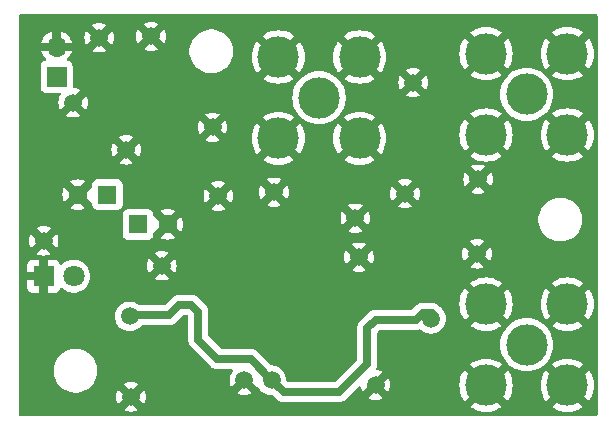
<source format=gbr>
%TF.GenerationSoftware,KiCad,Pcbnew,8.0.4-8.0.4-0~ubuntu22.04.1*%
%TF.CreationDate,2024-08-24T10:10:09-03:00*%
%TF.ProjectId,demodulador_sicom,64656d6f-6475-46c6-9164-6f725f736963,rev?*%
%TF.SameCoordinates,Original*%
%TF.FileFunction,Copper,L2,Bot*%
%TF.FilePolarity,Positive*%
%FSLAX46Y46*%
G04 Gerber Fmt 4.6, Leading zero omitted, Abs format (unit mm)*
G04 Created by KiCad (PCBNEW 8.0.4-8.0.4-0~ubuntu22.04.1) date 2024-08-24 10:10:09*
%MOMM*%
%LPD*%
G01*
G04 APERTURE LIST*
%TA.AperFunction,ComponentPad*%
%ADD10C,3.500000*%
%TD*%
%TA.AperFunction,ComponentPad*%
%ADD11C,1.500000*%
%TD*%
%TA.AperFunction,ComponentPad*%
%ADD12R,1.700000X1.700000*%
%TD*%
%TA.AperFunction,ComponentPad*%
%ADD13O,1.700000X1.700000*%
%TD*%
%TA.AperFunction,ComponentPad*%
%ADD14R,1.800000X1.800000*%
%TD*%
%TA.AperFunction,ComponentPad*%
%ADD15C,1.800000*%
%TD*%
%TA.AperFunction,ComponentPad*%
%ADD16R,1.600000X1.600000*%
%TD*%
%TA.AperFunction,ComponentPad*%
%ADD17C,1.600000*%
%TD*%
%TA.AperFunction,Conductor*%
%ADD18C,0.700000*%
%TD*%
G04 APERTURE END LIST*
D10*
%TO.P,J4,1,In*%
%TO.N,/SSB*%
X162920000Y-96280000D03*
%TO.P,J4,2,Ext*%
%TO.N,GND*%
X166360000Y-92840000D03*
X166360000Y-99720000D03*
X159480000Y-92840000D03*
X159480000Y-99720000D03*
%TD*%
%TO.P,J3,1,In*%
%TO.N,/CARRIER*%
X180500000Y-117200000D03*
%TO.P,J3,2,Ext*%
%TO.N,GND*%
X183940000Y-113760000D03*
X183940000Y-120640000D03*
X177060000Y-113760000D03*
X177060000Y-120640000D03*
%TD*%
%TO.P,J2,1,In*%
%TO.N,/OUTPUT*%
X180500000Y-96000000D03*
%TO.P,J2,2,Ext*%
%TO.N,GND*%
X183940000Y-92560000D03*
X183940000Y-99440000D03*
X177060000Y-92560000D03*
X177060000Y-99440000D03*
%TD*%
D11*
%TO.P,H4,1,Via*%
%TO.N,GND*%
X156600000Y-120200000D03*
%TD*%
%TO.P,H5,1,Via*%
%TO.N,+12V*%
X172400000Y-115000000D03*
%TD*%
%TO.P,H4,1,Via*%
%TO.N,GND*%
X170200000Y-104400000D03*
%TD*%
%TO.P,H4,1,Via*%
%TO.N,GND*%
X167700000Y-120600000D03*
%TD*%
%TO.P,H4,1,Via*%
%TO.N,GND*%
X148700000Y-91100000D03*
%TD*%
%TO.P,H4,1,Via*%
%TO.N,GND*%
X166300000Y-109800000D03*
%TD*%
%TO.P,H4,1,Via*%
%TO.N,GND*%
X149600000Y-110500000D03*
%TD*%
%TO.P,H4,1,Via*%
%TO.N,GND*%
X153900000Y-98800000D03*
%TD*%
%TO.P,H4,1,Via*%
%TO.N,GND*%
X166000000Y-106500000D03*
%TD*%
%TO.P,H4,1,Via*%
%TO.N,GND*%
X146600000Y-100700000D03*
%TD*%
%TO.P,H4,1,Via*%
%TO.N,GND*%
X176300000Y-109500000D03*
%TD*%
%TO.P,H5,1,Via*%
%TO.N,+12V*%
X158900000Y-120200000D03*
%TD*%
%TO.P,H4,1,Via*%
%TO.N,GND*%
X147000000Y-121600000D03*
%TD*%
%TO.P,H4,1,Via*%
%TO.N,GND*%
X154400000Y-104600000D03*
%TD*%
%TO.P,H4,1,Via*%
%TO.N,GND*%
X142100000Y-96700000D03*
%TD*%
%TO.P,H4,1,Via*%
%TO.N,GND*%
X176400000Y-103200000D03*
%TD*%
%TO.P,H5,1,Via*%
%TO.N,+12V*%
X146900000Y-114800000D03*
%TD*%
%TO.P,H4,1,Via*%
%TO.N,GND*%
X144300000Y-91200000D03*
%TD*%
%TO.P,H4,1,Via*%
%TO.N,GND*%
X170900000Y-95000000D03*
%TD*%
%TO.P,H4,1,Via*%
%TO.N,GND*%
X139600000Y-108400000D03*
%TD*%
%TO.P,H4,1,Via*%
%TO.N,GND*%
X159100000Y-104300000D03*
%TD*%
D12*
%TO.P,J1,1,Pin_1*%
%TO.N,Net-(D2-A)*%
X140700000Y-94500000D03*
D13*
%TO.P,J1,2,Pin_2*%
%TO.N,GND*%
X140700000Y-91960000D03*
%TD*%
D14*
%TO.P,D1,1,K*%
%TO.N,GND*%
X139600000Y-111400000D03*
D15*
%TO.P,D1,2,A*%
%TO.N,Net-(D1-A)*%
X142140000Y-111400000D03*
%TD*%
D16*
%TO.P,C13,1*%
%TO.N,/V_IN*%
X145000000Y-104500000D03*
D17*
%TO.P,C13,2*%
%TO.N,GND*%
X142500000Y-104500000D03*
%TD*%
D16*
%TO.P,C12,1*%
%TO.N,+12V*%
X147594888Y-107000000D03*
D17*
%TO.P,C12,2*%
%TO.N,GND*%
X150094888Y-107000000D03*
%TD*%
D18*
%TO.N,+12V*%
X152700000Y-114400000D02*
X152700000Y-116800000D01*
X167000000Y-118800000D02*
X164600000Y-121200000D01*
X154300000Y-118400000D02*
X157122500Y-118400000D01*
X167700000Y-115100000D02*
X167000000Y-115800000D01*
X164600000Y-121200000D02*
X159922500Y-121200000D01*
X167000000Y-115800000D02*
X167000000Y-118800000D01*
X150200000Y-114700000D02*
X151100000Y-113800000D01*
X157122500Y-118400000D02*
X158880000Y-120157500D01*
X147100000Y-114700000D02*
X150200000Y-114700000D01*
X172450000Y-114500000D02*
X171700000Y-114500000D01*
X152700000Y-116800000D02*
X154300000Y-118400000D01*
X171100000Y-115100000D02*
X167700000Y-115100000D01*
X171700000Y-114500000D02*
X171100000Y-115100000D01*
X151100000Y-113800000D02*
X152100000Y-113800000D01*
X152100000Y-113800000D02*
X152700000Y-114400000D01*
X159922500Y-121200000D02*
X158880000Y-120157500D01*
%TD*%
%TA.AperFunction,Conductor*%
%TO.N,GND*%
G36*
X186442539Y-89220185D02*
G01*
X186488294Y-89272989D01*
X186499500Y-89324500D01*
X186499500Y-123075500D01*
X186479815Y-123142539D01*
X186427011Y-123188294D01*
X186375500Y-123199500D01*
X137624500Y-123199500D01*
X137557461Y-123179815D01*
X137511706Y-123127011D01*
X137500500Y-123075500D01*
X137500500Y-122698017D01*
X146396955Y-122698017D01*
X146570840Y-122779101D01*
X146570849Y-122779105D01*
X146782105Y-122835710D01*
X146782115Y-122835712D01*
X146999999Y-122854775D01*
X147000001Y-122854775D01*
X147217884Y-122835712D01*
X147217894Y-122835710D01*
X147429150Y-122779105D01*
X147429159Y-122779101D01*
X147603044Y-122698018D01*
X147000001Y-122094974D01*
X147000000Y-122094974D01*
X146396955Y-122698017D01*
X137500500Y-122698017D01*
X137500500Y-121599999D01*
X145745225Y-121599999D01*
X145745225Y-121600000D01*
X145764287Y-121817884D01*
X145764289Y-121817894D01*
X145820894Y-122029150D01*
X145820899Y-122029164D01*
X145901980Y-122203044D01*
X146505025Y-121600000D01*
X146505025Y-121599999D01*
X146458948Y-121553922D01*
X146650000Y-121553922D01*
X146650000Y-121646078D01*
X146673852Y-121735095D01*
X146719930Y-121814905D01*
X146785095Y-121880070D01*
X146864905Y-121926148D01*
X146953922Y-121950000D01*
X147046078Y-121950000D01*
X147135095Y-121926148D01*
X147214905Y-121880070D01*
X147280070Y-121814905D01*
X147326148Y-121735095D01*
X147350000Y-121646078D01*
X147350000Y-121599999D01*
X147494974Y-121599999D01*
X147494974Y-121600000D01*
X148098018Y-122203044D01*
X148179101Y-122029159D01*
X148179105Y-122029150D01*
X148235710Y-121817894D01*
X148235712Y-121817884D01*
X148254775Y-121600000D01*
X148254775Y-121599999D01*
X148235712Y-121382115D01*
X148235710Y-121382105D01*
X148213179Y-121298017D01*
X155996955Y-121298017D01*
X156170840Y-121379101D01*
X156170849Y-121379105D01*
X156382105Y-121435710D01*
X156382115Y-121435712D01*
X156599999Y-121454775D01*
X156600001Y-121454775D01*
X156817884Y-121435712D01*
X156817894Y-121435710D01*
X157029150Y-121379105D01*
X157029159Y-121379101D01*
X157203044Y-121298018D01*
X156600001Y-120694974D01*
X156600000Y-120694974D01*
X155996955Y-121298017D01*
X148213179Y-121298017D01*
X148179105Y-121170849D01*
X148179101Y-121170840D01*
X148098017Y-120996955D01*
X147494974Y-121599999D01*
X147350000Y-121599999D01*
X147350000Y-121553922D01*
X147326148Y-121464905D01*
X147280070Y-121385095D01*
X147214905Y-121319930D01*
X147135095Y-121273852D01*
X147046078Y-121250000D01*
X146953922Y-121250000D01*
X146864905Y-121273852D01*
X146785095Y-121319930D01*
X146719930Y-121385095D01*
X146673852Y-121464905D01*
X146650000Y-121553922D01*
X146458948Y-121553922D01*
X145901980Y-120996954D01*
X145820899Y-121170835D01*
X145820894Y-121170849D01*
X145764289Y-121382105D01*
X145764287Y-121382115D01*
X145745225Y-121599999D01*
X137500500Y-121599999D01*
X137500500Y-119278711D01*
X140449500Y-119278711D01*
X140449500Y-119521288D01*
X140481161Y-119761785D01*
X140543947Y-119996104D01*
X140628404Y-120200000D01*
X140636776Y-120220212D01*
X140758064Y-120430289D01*
X140758066Y-120430292D01*
X140758067Y-120430293D01*
X140905733Y-120622736D01*
X140905739Y-120622743D01*
X141077256Y-120794260D01*
X141077263Y-120794266D01*
X141108038Y-120817880D01*
X141269711Y-120941936D01*
X141479788Y-121063224D01*
X141703900Y-121156054D01*
X141938211Y-121218838D01*
X142118586Y-121242584D01*
X142178711Y-121250500D01*
X142178712Y-121250500D01*
X142421289Y-121250500D01*
X142469388Y-121244167D01*
X142661789Y-121218838D01*
X142896100Y-121156054D01*
X143120212Y-121063224D01*
X143330289Y-120941936D01*
X143522738Y-120794265D01*
X143694265Y-120622738D01*
X143786926Y-120501980D01*
X146396954Y-120501980D01*
X147000000Y-121105025D01*
X147000001Y-121105025D01*
X147603044Y-120501980D01*
X147429164Y-120420899D01*
X147429150Y-120420894D01*
X147217894Y-120364289D01*
X147217884Y-120364287D01*
X147000001Y-120345225D01*
X146999999Y-120345225D01*
X146782115Y-120364287D01*
X146782105Y-120364289D01*
X146570849Y-120420894D01*
X146570835Y-120420899D01*
X146396954Y-120501980D01*
X143786926Y-120501980D01*
X143841936Y-120430289D01*
X143963224Y-120220212D01*
X144056054Y-119996100D01*
X144118838Y-119761789D01*
X144150500Y-119521288D01*
X144150500Y-119278712D01*
X144149377Y-119270185D01*
X144133973Y-119153174D01*
X144118838Y-119038211D01*
X144056054Y-118803900D01*
X143963224Y-118579788D01*
X143841936Y-118369711D01*
X143694265Y-118177262D01*
X143694260Y-118177256D01*
X143522743Y-118005739D01*
X143522736Y-118005733D01*
X143330293Y-117858067D01*
X143330292Y-117858066D01*
X143330289Y-117858064D01*
X143124710Y-117739373D01*
X143120214Y-117736777D01*
X143120205Y-117736773D01*
X142896104Y-117643947D01*
X142665603Y-117582184D01*
X142661789Y-117581162D01*
X142661788Y-117581161D01*
X142661785Y-117581161D01*
X142421289Y-117549500D01*
X142421288Y-117549500D01*
X142178712Y-117549500D01*
X142178711Y-117549500D01*
X141938214Y-117581161D01*
X141703895Y-117643947D01*
X141479794Y-117736773D01*
X141479785Y-117736777D01*
X141269706Y-117858067D01*
X141077263Y-118005733D01*
X141077256Y-118005739D01*
X140905739Y-118177256D01*
X140905733Y-118177263D01*
X140758067Y-118369706D01*
X140636777Y-118579785D01*
X140636773Y-118579794D01*
X140543947Y-118803895D01*
X140481161Y-119038214D01*
X140449500Y-119278711D01*
X137500500Y-119278711D01*
X137500500Y-114800000D01*
X145644723Y-114800000D01*
X145662220Y-115000002D01*
X145663793Y-115017975D01*
X145663793Y-115017979D01*
X145720422Y-115229322D01*
X145720424Y-115229326D01*
X145720425Y-115229330D01*
X145766661Y-115328484D01*
X145812897Y-115427638D01*
X145831146Y-115453700D01*
X145938402Y-115606877D01*
X146093123Y-115761598D01*
X146272361Y-115887102D01*
X146470670Y-115979575D01*
X146682023Y-116036207D01*
X146864926Y-116052208D01*
X146899998Y-116055277D01*
X146900000Y-116055277D01*
X146900002Y-116055277D01*
X146928254Y-116052805D01*
X147117977Y-116036207D01*
X147329330Y-115979575D01*
X147527639Y-115887102D01*
X147706877Y-115761598D01*
X147861598Y-115606877D01*
X147864050Y-115603374D01*
X147918628Y-115559751D01*
X147965624Y-115550500D01*
X150283768Y-115550500D01*
X150283769Y-115550499D01*
X150338538Y-115539605D01*
X150448074Y-115517818D01*
X150448078Y-115517816D01*
X150448082Y-115517816D01*
X150493415Y-115499037D01*
X150602863Y-115453704D01*
X150742162Y-115360627D01*
X151415969Y-114686818D01*
X151477292Y-114653334D01*
X151503650Y-114650500D01*
X151696348Y-114650500D01*
X151763387Y-114670185D01*
X151784028Y-114686817D01*
X151813180Y-114715968D01*
X151846666Y-114777291D01*
X151849500Y-114803651D01*
X151849500Y-116883771D01*
X151882181Y-117048073D01*
X151882184Y-117048082D01*
X151946296Y-117202863D01*
X151946297Y-117202866D01*
X152039372Y-117342161D01*
X152039375Y-117342165D01*
X153757834Y-119060624D01*
X153757838Y-119060627D01*
X153897137Y-119153704D01*
X153897139Y-119153705D01*
X153897143Y-119153707D01*
X153979222Y-119187703D01*
X154006584Y-119199037D01*
X154051918Y-119217816D01*
X154155412Y-119238402D01*
X154216228Y-119250499D01*
X154216232Y-119250500D01*
X154216233Y-119250500D01*
X154216234Y-119250500D01*
X154383767Y-119250500D01*
X155500677Y-119250500D01*
X155567716Y-119270185D01*
X155613471Y-119322989D01*
X155623415Y-119392147D01*
X155602252Y-119445623D01*
X155513335Y-119572608D01*
X155513333Y-119572612D01*
X155420898Y-119770840D01*
X155420894Y-119770849D01*
X155364289Y-119982105D01*
X155364287Y-119982115D01*
X155345225Y-120199999D01*
X155345225Y-120200000D01*
X155364287Y-120417884D01*
X155364289Y-120417894D01*
X155420894Y-120629150D01*
X155420899Y-120629164D01*
X155501980Y-120803044D01*
X156512318Y-119792706D01*
X156573641Y-119759221D01*
X156643333Y-119764205D01*
X156687680Y-119792706D01*
X156814902Y-119919928D01*
X156735095Y-119873852D01*
X156646078Y-119850000D01*
X156553922Y-119850000D01*
X156464905Y-119873852D01*
X156385095Y-119919930D01*
X156319930Y-119985095D01*
X156273852Y-120064905D01*
X156250000Y-120153922D01*
X156250000Y-120246078D01*
X156273852Y-120335095D01*
X156319930Y-120414905D01*
X156385095Y-120480070D01*
X156464905Y-120526148D01*
X156553922Y-120550000D01*
X156646078Y-120550000D01*
X156735095Y-120526148D01*
X156814905Y-120480070D01*
X156880070Y-120414905D01*
X156926148Y-120335095D01*
X156950000Y-120246078D01*
X156950000Y-120153922D01*
X156926148Y-120064905D01*
X156880071Y-119985097D01*
X157698017Y-120803043D01*
X157707146Y-120801434D01*
X157776585Y-120809178D01*
X157830253Y-120852426D01*
X157938402Y-121006877D01*
X158093123Y-121161598D01*
X158272361Y-121287102D01*
X158470670Y-121379575D01*
X158682023Y-121436207D01*
X158900000Y-121455277D01*
X158911350Y-121454283D01*
X158979847Y-121468047D01*
X159009841Y-121490130D01*
X159380334Y-121860624D01*
X159380338Y-121860627D01*
X159519637Y-121953704D01*
X159519639Y-121953705D01*
X159519643Y-121953707D01*
X159547978Y-121965443D01*
X159629084Y-121999037D01*
X159674418Y-122017816D01*
X159731444Y-122029159D01*
X159838728Y-122050499D01*
X159838732Y-122050500D01*
X159838733Y-122050500D01*
X164683768Y-122050500D01*
X164683769Y-122050499D01*
X164738538Y-122039605D01*
X164848074Y-122017818D01*
X164848078Y-122017816D01*
X164848082Y-122017816D01*
X164893415Y-121999037D01*
X165002863Y-121953704D01*
X165142162Y-121860627D01*
X165304772Y-121698017D01*
X167096955Y-121698017D01*
X167270840Y-121779101D01*
X167270849Y-121779105D01*
X167482105Y-121835710D01*
X167482115Y-121835712D01*
X167699999Y-121854775D01*
X167700001Y-121854775D01*
X167917884Y-121835712D01*
X167917894Y-121835710D01*
X168129150Y-121779105D01*
X168129159Y-121779101D01*
X168303044Y-121698018D01*
X167700001Y-121094974D01*
X167700000Y-121094974D01*
X167096955Y-121698017D01*
X165304772Y-121698017D01*
X166253978Y-120748810D01*
X166315297Y-120715328D01*
X166384988Y-120720312D01*
X166440922Y-120762183D01*
X166462788Y-120812686D01*
X166462887Y-120812660D01*
X166463065Y-120813326D01*
X166463769Y-120814951D01*
X166464285Y-120817880D01*
X166520894Y-121029150D01*
X166520899Y-121029164D01*
X166601980Y-121203044D01*
X167251102Y-120553922D01*
X167350000Y-120553922D01*
X167350000Y-120646078D01*
X167373852Y-120735095D01*
X167419930Y-120814905D01*
X167485095Y-120880070D01*
X167564905Y-120926148D01*
X167653922Y-120950000D01*
X167746078Y-120950000D01*
X167835095Y-120926148D01*
X167914905Y-120880070D01*
X167980070Y-120814905D01*
X168026148Y-120735095D01*
X168050000Y-120646078D01*
X168050000Y-120599999D01*
X168194974Y-120599999D01*
X168194974Y-120600000D01*
X168798018Y-121203044D01*
X168879101Y-121029159D01*
X168879105Y-121029150D01*
X168935710Y-120817894D01*
X168935712Y-120817884D01*
X168951275Y-120640000D01*
X174805172Y-120640000D01*
X174824462Y-120934312D01*
X174824464Y-120934324D01*
X174882001Y-121223584D01*
X174882005Y-121223599D01*
X174976812Y-121502888D01*
X175107258Y-121767406D01*
X175107265Y-121767419D01*
X175239581Y-121965442D01*
X176340999Y-120864024D01*
X176395359Y-120995258D01*
X176477437Y-121118097D01*
X176581903Y-121222563D01*
X176704742Y-121304641D01*
X176835974Y-121358999D01*
X175734555Y-122460418D01*
X175932580Y-122592734D01*
X175932593Y-122592741D01*
X176197111Y-122723187D01*
X176476400Y-122817994D01*
X176476415Y-122817998D01*
X176765675Y-122875535D01*
X176765687Y-122875537D01*
X177060000Y-122894827D01*
X177354312Y-122875537D01*
X177354324Y-122875535D01*
X177643584Y-122817998D01*
X177643599Y-122817994D01*
X177922888Y-122723187D01*
X178187410Y-122592740D01*
X178385443Y-122460418D01*
X177284025Y-121359000D01*
X177415258Y-121304641D01*
X177538097Y-121222563D01*
X177642563Y-121118097D01*
X177724641Y-120995258D01*
X177779000Y-120864025D01*
X178880418Y-121965443D01*
X179012740Y-121767410D01*
X179143187Y-121502888D01*
X179237994Y-121223599D01*
X179237998Y-121223584D01*
X179295535Y-120934324D01*
X179295537Y-120934312D01*
X179314827Y-120640000D01*
X181685172Y-120640000D01*
X181704462Y-120934312D01*
X181704464Y-120934324D01*
X181762001Y-121223584D01*
X181762005Y-121223599D01*
X181856812Y-121502888D01*
X181987258Y-121767406D01*
X181987265Y-121767419D01*
X182119581Y-121965442D01*
X183220999Y-120864024D01*
X183275359Y-120995258D01*
X183357437Y-121118097D01*
X183461903Y-121222563D01*
X183584742Y-121304641D01*
X183715974Y-121358999D01*
X182614555Y-122460418D01*
X182812580Y-122592734D01*
X182812593Y-122592741D01*
X183077111Y-122723187D01*
X183356400Y-122817994D01*
X183356415Y-122817998D01*
X183645675Y-122875535D01*
X183645687Y-122875537D01*
X183940000Y-122894827D01*
X184234312Y-122875537D01*
X184234324Y-122875535D01*
X184523584Y-122817998D01*
X184523599Y-122817994D01*
X184802888Y-122723187D01*
X185067410Y-122592740D01*
X185265443Y-122460418D01*
X184164025Y-121359000D01*
X184295258Y-121304641D01*
X184418097Y-121222563D01*
X184522563Y-121118097D01*
X184604641Y-120995258D01*
X184659000Y-120864025D01*
X185760418Y-121965443D01*
X185892740Y-121767410D01*
X186023187Y-121502888D01*
X186117994Y-121223599D01*
X186117998Y-121223584D01*
X186175535Y-120934324D01*
X186175537Y-120934312D01*
X186194827Y-120640000D01*
X186175537Y-120345687D01*
X186175535Y-120345675D01*
X186117998Y-120056415D01*
X186117994Y-120056400D01*
X186023187Y-119777111D01*
X185892741Y-119512593D01*
X185892734Y-119512580D01*
X185760418Y-119314555D01*
X184658999Y-120415974D01*
X184604641Y-120284742D01*
X184522563Y-120161903D01*
X184418097Y-120057437D01*
X184295258Y-119975359D01*
X184164025Y-119921000D01*
X185265442Y-118819581D01*
X185067419Y-118687265D01*
X185067406Y-118687258D01*
X184802888Y-118556812D01*
X184523599Y-118462005D01*
X184523584Y-118462001D01*
X184234324Y-118404464D01*
X184234312Y-118404462D01*
X183940000Y-118385172D01*
X183645687Y-118404462D01*
X183645675Y-118404464D01*
X183356415Y-118462001D01*
X183356400Y-118462005D01*
X183077111Y-118556812D01*
X182812585Y-118687262D01*
X182614556Y-118819581D01*
X183715974Y-119920999D01*
X183584742Y-119975359D01*
X183461903Y-120057437D01*
X183357437Y-120161903D01*
X183275359Y-120284742D01*
X183220999Y-120415974D01*
X182119581Y-119314556D01*
X181987262Y-119512585D01*
X181856812Y-119777111D01*
X181762005Y-120056400D01*
X181762001Y-120056415D01*
X181704464Y-120345675D01*
X181704462Y-120345687D01*
X181685172Y-120640000D01*
X179314827Y-120640000D01*
X179295537Y-120345687D01*
X179295535Y-120345675D01*
X179237998Y-120056415D01*
X179237994Y-120056400D01*
X179143187Y-119777111D01*
X179012741Y-119512593D01*
X179012734Y-119512580D01*
X178880418Y-119314555D01*
X177778999Y-120415974D01*
X177724641Y-120284742D01*
X177642563Y-120161903D01*
X177538097Y-120057437D01*
X177415258Y-119975359D01*
X177284025Y-119921000D01*
X178385442Y-118819581D01*
X178187419Y-118687265D01*
X178187406Y-118687258D01*
X177922888Y-118556812D01*
X177643599Y-118462005D01*
X177643584Y-118462001D01*
X177354324Y-118404464D01*
X177354312Y-118404462D01*
X177060000Y-118385172D01*
X176765687Y-118404462D01*
X176765675Y-118404464D01*
X176476415Y-118462001D01*
X176476400Y-118462005D01*
X176197111Y-118556812D01*
X175932585Y-118687262D01*
X175734556Y-118819581D01*
X176835974Y-119920999D01*
X176704742Y-119975359D01*
X176581903Y-120057437D01*
X176477437Y-120161903D01*
X176395359Y-120284742D01*
X176340999Y-120415974D01*
X175239581Y-119314556D01*
X175107262Y-119512585D01*
X174976812Y-119777111D01*
X174882005Y-120056400D01*
X174882001Y-120056415D01*
X174824464Y-120345675D01*
X174824462Y-120345687D01*
X174805172Y-120640000D01*
X168951275Y-120640000D01*
X168954775Y-120600000D01*
X168954775Y-120599999D01*
X168935712Y-120382115D01*
X168935710Y-120382105D01*
X168879105Y-120170849D01*
X168879101Y-120170840D01*
X168798017Y-119996955D01*
X168194974Y-120599999D01*
X168050000Y-120599999D01*
X168050000Y-120553922D01*
X168026148Y-120464905D01*
X167980070Y-120385095D01*
X167914905Y-120319930D01*
X167835095Y-120273852D01*
X167746078Y-120250000D01*
X167653922Y-120250000D01*
X167564905Y-120273852D01*
X167485095Y-120319930D01*
X167419930Y-120385095D01*
X167373852Y-120464905D01*
X167350000Y-120553922D01*
X167251102Y-120553922D01*
X168303044Y-119501980D01*
X168129164Y-119420899D01*
X168129150Y-119420894D01*
X167917894Y-119364289D01*
X167917884Y-119364287D01*
X167863388Y-119359519D01*
X167798319Y-119334065D01*
X167757342Y-119277474D01*
X167753465Y-119207712D01*
X167759632Y-119188549D01*
X167791259Y-119112194D01*
X167817816Y-119048082D01*
X167850500Y-118883767D01*
X167850500Y-117199992D01*
X178244671Y-117199992D01*
X178244671Y-117200007D01*
X178263964Y-117494363D01*
X178263965Y-117494373D01*
X178263966Y-117494380D01*
X178312697Y-117739372D01*
X178321518Y-117783716D01*
X178321521Y-117783730D01*
X178416349Y-118063080D01*
X178546825Y-118327660D01*
X178546829Y-118327667D01*
X178710725Y-118572955D01*
X178905241Y-118794758D01*
X179127044Y-118989274D01*
X179310998Y-119112188D01*
X179372335Y-119153172D01*
X179636923Y-119283652D01*
X179916278Y-119378481D01*
X180205620Y-119436034D01*
X180233888Y-119437886D01*
X180499993Y-119455329D01*
X180500000Y-119455329D01*
X180500007Y-119455329D01*
X180735675Y-119439881D01*
X180794380Y-119436034D01*
X181083722Y-119378481D01*
X181363077Y-119283652D01*
X181627665Y-119153172D01*
X181872957Y-118989273D01*
X182094758Y-118794758D01*
X182289273Y-118572957D01*
X182453172Y-118327665D01*
X182583652Y-118063077D01*
X182678481Y-117783722D01*
X182736034Y-117494380D01*
X182746011Y-117342161D01*
X182755329Y-117200007D01*
X182755329Y-117199992D01*
X182736035Y-116905636D01*
X182736034Y-116905620D01*
X182678481Y-116616278D01*
X182583652Y-116336923D01*
X182453172Y-116072336D01*
X182429031Y-116036207D01*
X182371763Y-115950499D01*
X182289273Y-115827043D01*
X182192095Y-115716233D01*
X182094758Y-115605241D01*
X181872955Y-115410725D01*
X181627667Y-115246829D01*
X181627660Y-115246825D01*
X181363080Y-115116349D01*
X181083730Y-115021521D01*
X181083724Y-115021519D01*
X181083722Y-115021519D01*
X180794380Y-114963966D01*
X180794373Y-114963965D01*
X180794363Y-114963964D01*
X180500007Y-114944671D01*
X180499993Y-114944671D01*
X180205636Y-114963964D01*
X180205624Y-114963965D01*
X180205620Y-114963966D01*
X180205612Y-114963967D01*
X180205609Y-114963968D01*
X179916283Y-115021518D01*
X179916269Y-115021521D01*
X179636919Y-115116349D01*
X179372334Y-115246828D01*
X179127041Y-115410728D01*
X178905241Y-115605241D01*
X178710728Y-115827041D01*
X178546828Y-116072334D01*
X178416349Y-116336919D01*
X178321521Y-116616269D01*
X178321518Y-116616283D01*
X178263968Y-116905609D01*
X178263964Y-116905636D01*
X178244671Y-117199992D01*
X167850500Y-117199992D01*
X167850500Y-116203650D01*
X167870185Y-116136611D01*
X167886819Y-116115969D01*
X168015969Y-115986819D01*
X168077292Y-115953334D01*
X168103650Y-115950500D01*
X171183768Y-115950500D01*
X171183769Y-115950499D01*
X171246619Y-115937998D01*
X171348074Y-115917818D01*
X171348078Y-115917816D01*
X171348082Y-115917816D01*
X171393415Y-115899037D01*
X171413849Y-115890572D01*
X171483317Y-115883106D01*
X171545796Y-115914382D01*
X171548979Y-115917454D01*
X171593123Y-115961598D01*
X171772361Y-116087102D01*
X171970670Y-116179575D01*
X172182023Y-116236207D01*
X172364926Y-116252208D01*
X172399998Y-116255277D01*
X172400000Y-116255277D01*
X172400002Y-116255277D01*
X172428254Y-116252805D01*
X172617977Y-116236207D01*
X172829330Y-116179575D01*
X173027639Y-116087102D01*
X173206877Y-115961598D01*
X173361598Y-115806877D01*
X173487102Y-115627639D01*
X173579575Y-115429330D01*
X173636207Y-115217977D01*
X173653394Y-115021519D01*
X173655277Y-115000002D01*
X173655277Y-114999997D01*
X173650436Y-114944671D01*
X173636207Y-114782023D01*
X173579575Y-114570670D01*
X173487102Y-114372362D01*
X173487100Y-114372359D01*
X173487099Y-114372357D01*
X173361597Y-114193121D01*
X173206879Y-114038403D01*
X173146216Y-113995927D01*
X173114235Y-113963239D01*
X173110629Y-113957842D01*
X173110628Y-113957841D01*
X173110626Y-113957838D01*
X172992162Y-113839374D01*
X172992161Y-113839373D01*
X172992160Y-113839372D01*
X172873371Y-113760000D01*
X174805172Y-113760000D01*
X174824462Y-114054312D01*
X174824464Y-114054324D01*
X174882001Y-114343584D01*
X174882005Y-114343599D01*
X174976812Y-114622888D01*
X175107258Y-114887406D01*
X175107265Y-114887419D01*
X175239581Y-115085442D01*
X176340999Y-113984024D01*
X176395359Y-114115258D01*
X176477437Y-114238097D01*
X176581903Y-114342563D01*
X176704742Y-114424641D01*
X176835974Y-114478999D01*
X175734555Y-115580418D01*
X175932580Y-115712734D01*
X175932593Y-115712741D01*
X176197111Y-115843187D01*
X176476400Y-115937994D01*
X176476415Y-115937998D01*
X176765675Y-115995535D01*
X176765687Y-115995537D01*
X177060000Y-116014827D01*
X177354312Y-115995537D01*
X177354324Y-115995535D01*
X177643584Y-115937998D01*
X177643599Y-115937994D01*
X177922888Y-115843187D01*
X178187410Y-115712740D01*
X178385443Y-115580418D01*
X177284025Y-114479000D01*
X177415258Y-114424641D01*
X177538097Y-114342563D01*
X177642563Y-114238097D01*
X177724641Y-114115258D01*
X177779000Y-113984025D01*
X178880418Y-115085443D01*
X179012740Y-114887410D01*
X179143187Y-114622888D01*
X179237994Y-114343599D01*
X179237998Y-114343584D01*
X179295535Y-114054324D01*
X179295537Y-114054312D01*
X179314827Y-113760000D01*
X181685172Y-113760000D01*
X181704462Y-114054312D01*
X181704464Y-114054324D01*
X181762001Y-114343584D01*
X181762005Y-114343599D01*
X181856812Y-114622888D01*
X181987258Y-114887406D01*
X181987265Y-114887419D01*
X182119581Y-115085442D01*
X183220999Y-113984024D01*
X183275359Y-114115258D01*
X183357437Y-114238097D01*
X183461903Y-114342563D01*
X183584742Y-114424641D01*
X183715974Y-114478999D01*
X182614555Y-115580418D01*
X182812580Y-115712734D01*
X182812593Y-115712741D01*
X183077111Y-115843187D01*
X183356400Y-115937994D01*
X183356415Y-115937998D01*
X183645675Y-115995535D01*
X183645687Y-115995537D01*
X183940000Y-116014827D01*
X184234312Y-115995537D01*
X184234324Y-115995535D01*
X184523584Y-115937998D01*
X184523599Y-115937994D01*
X184802888Y-115843187D01*
X185067410Y-115712740D01*
X185265443Y-115580418D01*
X184164025Y-114479000D01*
X184295258Y-114424641D01*
X184418097Y-114342563D01*
X184522563Y-114238097D01*
X184604641Y-114115258D01*
X184659000Y-113984025D01*
X185760418Y-115085443D01*
X185892740Y-114887410D01*
X186023187Y-114622888D01*
X186117994Y-114343599D01*
X186117998Y-114343584D01*
X186175535Y-114054324D01*
X186175537Y-114054312D01*
X186194827Y-113760000D01*
X186175537Y-113465687D01*
X186175535Y-113465675D01*
X186117998Y-113176415D01*
X186117994Y-113176400D01*
X186023187Y-112897111D01*
X185892741Y-112632593D01*
X185892734Y-112632580D01*
X185760418Y-112434555D01*
X184658999Y-113535974D01*
X184604641Y-113404742D01*
X184522563Y-113281903D01*
X184418097Y-113177437D01*
X184295258Y-113095359D01*
X184164025Y-113041000D01*
X185265442Y-111939581D01*
X185067419Y-111807265D01*
X185067406Y-111807258D01*
X184802888Y-111676812D01*
X184523599Y-111582005D01*
X184523584Y-111582001D01*
X184234324Y-111524464D01*
X184234312Y-111524462D01*
X183940000Y-111505172D01*
X183645687Y-111524462D01*
X183645675Y-111524464D01*
X183356415Y-111582001D01*
X183356400Y-111582005D01*
X183077111Y-111676812D01*
X182812585Y-111807262D01*
X182614556Y-111939581D01*
X183715974Y-113040999D01*
X183584742Y-113095359D01*
X183461903Y-113177437D01*
X183357437Y-113281903D01*
X183275359Y-113404742D01*
X183220999Y-113535974D01*
X182119581Y-112434556D01*
X181987262Y-112632585D01*
X181856812Y-112897111D01*
X181762005Y-113176400D01*
X181762001Y-113176415D01*
X181704464Y-113465675D01*
X181704462Y-113465687D01*
X181685172Y-113760000D01*
X179314827Y-113760000D01*
X179295537Y-113465687D01*
X179295535Y-113465675D01*
X179237998Y-113176415D01*
X179237994Y-113176400D01*
X179143187Y-112897111D01*
X179012741Y-112632593D01*
X179012734Y-112632580D01*
X178880418Y-112434555D01*
X177778999Y-113535974D01*
X177724641Y-113404742D01*
X177642563Y-113281903D01*
X177538097Y-113177437D01*
X177415258Y-113095359D01*
X177284025Y-113041000D01*
X178385442Y-111939581D01*
X178187419Y-111807265D01*
X178187406Y-111807258D01*
X177922888Y-111676812D01*
X177643599Y-111582005D01*
X177643584Y-111582001D01*
X177354324Y-111524464D01*
X177354312Y-111524462D01*
X177060000Y-111505172D01*
X176765687Y-111524462D01*
X176765675Y-111524464D01*
X176476415Y-111582001D01*
X176476400Y-111582005D01*
X176197111Y-111676812D01*
X175932585Y-111807262D01*
X175734556Y-111939581D01*
X176835974Y-113040999D01*
X176704742Y-113095359D01*
X176581903Y-113177437D01*
X176477437Y-113281903D01*
X176395359Y-113404742D01*
X176340999Y-113535974D01*
X175239581Y-112434556D01*
X175107262Y-112632585D01*
X174976812Y-112897111D01*
X174882005Y-113176400D01*
X174882001Y-113176415D01*
X174824464Y-113465675D01*
X174824462Y-113465687D01*
X174805172Y-113760000D01*
X172873371Y-113760000D01*
X172852860Y-113746295D01*
X172698082Y-113682184D01*
X172698074Y-113682182D01*
X172533771Y-113649500D01*
X172533767Y-113649500D01*
X171616233Y-113649500D01*
X171616228Y-113649500D01*
X171451925Y-113682182D01*
X171451913Y-113682185D01*
X171406583Y-113700962D01*
X171297143Y-113746292D01*
X171297137Y-113746295D01*
X171297137Y-113746296D01*
X171176245Y-113827075D01*
X171157831Y-113839379D01*
X171157831Y-113839380D01*
X170784030Y-114213181D01*
X170722707Y-114246666D01*
X170696349Y-114249500D01*
X167616228Y-114249500D01*
X167451925Y-114282182D01*
X167451917Y-114282184D01*
X167307120Y-114342161D01*
X167307120Y-114342162D01*
X167303651Y-114343599D01*
X167297132Y-114346299D01*
X167157838Y-114439373D01*
X167157834Y-114439376D01*
X166339375Y-115257834D01*
X166339372Y-115257838D01*
X166246299Y-115397130D01*
X166246292Y-115397143D01*
X166202503Y-115502863D01*
X166182184Y-115551916D01*
X166182181Y-115551925D01*
X166149500Y-115716228D01*
X166149500Y-118396349D01*
X166129815Y-118463388D01*
X166113181Y-118484030D01*
X164284030Y-120313181D01*
X164222707Y-120346666D01*
X164196349Y-120349500D01*
X160326151Y-120349500D01*
X160259112Y-120329815D01*
X160238470Y-120313181D01*
X160190065Y-120264776D01*
X160156580Y-120203453D01*
X160154219Y-120187911D01*
X160136207Y-119982023D01*
X160079575Y-119770670D01*
X159987102Y-119572362D01*
X159987100Y-119572359D01*
X159987099Y-119572357D01*
X159861599Y-119393124D01*
X159791464Y-119322989D01*
X159706877Y-119238402D01*
X159527639Y-119112898D01*
X159527640Y-119112898D01*
X159527638Y-119112897D01*
X159388649Y-119048086D01*
X159329330Y-119020425D01*
X159329326Y-119020424D01*
X159329322Y-119020422D01*
X159117977Y-118963793D01*
X158912096Y-118945781D01*
X158847027Y-118920329D01*
X158835222Y-118909934D01*
X157664665Y-117739375D01*
X157664661Y-117739372D01*
X157525366Y-117646297D01*
X157525363Y-117646296D01*
X157415916Y-117600962D01*
X157415914Y-117600961D01*
X157370586Y-117582185D01*
X157370574Y-117582182D01*
X157206271Y-117549500D01*
X157206267Y-117549500D01*
X154703651Y-117549500D01*
X154636612Y-117529815D01*
X154615970Y-117513181D01*
X153586819Y-116484030D01*
X153553334Y-116422707D01*
X153550500Y-116396349D01*
X153550500Y-114316232D01*
X153550499Y-114316228D01*
X153526012Y-114193123D01*
X153517816Y-114151918D01*
X153495125Y-114097137D01*
X153495125Y-114097136D01*
X153453707Y-113997143D01*
X153453705Y-113997140D01*
X153453704Y-113997137D01*
X153360626Y-113857838D01*
X153360622Y-113857834D01*
X153360620Y-113857831D01*
X153360619Y-113857830D01*
X152642165Y-113139375D01*
X152642161Y-113139372D01*
X152502866Y-113046297D01*
X152502863Y-113046296D01*
X152393416Y-113000962D01*
X152393414Y-113000961D01*
X152348086Y-112982185D01*
X152348074Y-112982182D01*
X152183771Y-112949500D01*
X152183767Y-112949500D01*
X151016233Y-112949500D01*
X151016228Y-112949500D01*
X150851925Y-112982182D01*
X150851913Y-112982185D01*
X150806583Y-113000962D01*
X150697143Y-113046292D01*
X150697137Y-113046295D01*
X150697137Y-113046296D01*
X150557840Y-113139373D01*
X150557831Y-113139379D01*
X150557831Y-113139380D01*
X149884030Y-113813181D01*
X149822707Y-113846666D01*
X149796349Y-113849500D01*
X147761823Y-113849500D01*
X147694784Y-113829815D01*
X147690732Y-113827097D01*
X147527639Y-113712898D01*
X147527640Y-113712898D01*
X147527638Y-113712897D01*
X147428484Y-113666661D01*
X147329330Y-113620425D01*
X147329326Y-113620424D01*
X147329322Y-113620422D01*
X147117977Y-113563793D01*
X146900002Y-113544723D01*
X146899998Y-113544723D01*
X146754682Y-113557436D01*
X146682023Y-113563793D01*
X146682020Y-113563793D01*
X146470677Y-113620422D01*
X146470668Y-113620426D01*
X146272361Y-113712898D01*
X146272357Y-113712900D01*
X146093121Y-113838402D01*
X145938402Y-113993121D01*
X145812900Y-114172357D01*
X145812898Y-114172361D01*
X145720426Y-114370668D01*
X145720422Y-114370677D01*
X145663793Y-114582020D01*
X145663793Y-114582024D01*
X145646296Y-114782024D01*
X145644723Y-114800000D01*
X137500500Y-114800000D01*
X137500500Y-112347844D01*
X138200000Y-112347844D01*
X138206401Y-112407372D01*
X138206403Y-112407379D01*
X138256645Y-112542086D01*
X138256649Y-112542093D01*
X138342809Y-112657187D01*
X138342812Y-112657190D01*
X138457906Y-112743350D01*
X138457913Y-112743354D01*
X138592620Y-112793596D01*
X138592627Y-112793598D01*
X138652155Y-112799999D01*
X138652172Y-112800000D01*
X139250000Y-112800000D01*
X139250000Y-111750000D01*
X138200000Y-111750000D01*
X138200000Y-112347844D01*
X137500500Y-112347844D01*
X137500500Y-111340756D01*
X139150000Y-111340756D01*
X139150000Y-111459244D01*
X139180667Y-111573694D01*
X139239910Y-111676306D01*
X139323694Y-111760090D01*
X139426306Y-111819333D01*
X139540756Y-111850000D01*
X139659244Y-111850000D01*
X139773694Y-111819333D01*
X139876306Y-111760090D01*
X139950000Y-111686396D01*
X139950000Y-112800000D01*
X140547828Y-112800000D01*
X140547844Y-112799999D01*
X140607372Y-112793598D01*
X140607379Y-112793596D01*
X140742086Y-112743354D01*
X140742093Y-112743350D01*
X140857187Y-112657190D01*
X140857190Y-112657187D01*
X140943350Y-112542093D01*
X140943355Y-112542084D01*
X140972075Y-112465081D01*
X141013945Y-112409147D01*
X141079409Y-112384729D01*
X141147682Y-112399580D01*
X141179484Y-112424428D01*
X141188216Y-112433913D01*
X141188219Y-112433915D01*
X141188222Y-112433918D01*
X141371365Y-112576464D01*
X141371371Y-112576468D01*
X141371374Y-112576470D01*
X141575497Y-112686936D01*
X141689487Y-112726068D01*
X141795015Y-112762297D01*
X141795017Y-112762297D01*
X141795019Y-112762298D01*
X142023951Y-112800500D01*
X142023952Y-112800500D01*
X142256048Y-112800500D01*
X142256049Y-112800500D01*
X142484981Y-112762298D01*
X142704503Y-112686936D01*
X142908626Y-112576470D01*
X143091784Y-112433913D01*
X143248979Y-112263153D01*
X143375924Y-112068849D01*
X143469157Y-111856300D01*
X143526134Y-111631305D01*
X143526135Y-111631297D01*
X143528893Y-111598017D01*
X148996955Y-111598017D01*
X149170840Y-111679101D01*
X149170849Y-111679105D01*
X149382105Y-111735710D01*
X149382115Y-111735712D01*
X149599999Y-111754775D01*
X149600001Y-111754775D01*
X149817884Y-111735712D01*
X149817894Y-111735710D01*
X150029150Y-111679105D01*
X150029159Y-111679101D01*
X150203044Y-111598018D01*
X149600001Y-110994974D01*
X149600000Y-110994974D01*
X148996955Y-111598017D01*
X143528893Y-111598017D01*
X143545300Y-111400006D01*
X143545300Y-111399993D01*
X143526135Y-111168702D01*
X143526133Y-111168691D01*
X143469157Y-110943699D01*
X143375924Y-110731151D01*
X143248983Y-110536852D01*
X143248980Y-110536849D01*
X143248979Y-110536847D01*
X143215058Y-110499999D01*
X148345225Y-110499999D01*
X148345225Y-110500000D01*
X148364287Y-110717884D01*
X148364289Y-110717894D01*
X148420894Y-110929150D01*
X148420899Y-110929164D01*
X148501980Y-111103044D01*
X149105025Y-110500000D01*
X149105025Y-110499999D01*
X149058948Y-110453922D01*
X149250000Y-110453922D01*
X149250000Y-110546078D01*
X149273852Y-110635095D01*
X149319930Y-110714905D01*
X149385095Y-110780070D01*
X149464905Y-110826148D01*
X149553922Y-110850000D01*
X149646078Y-110850000D01*
X149735095Y-110826148D01*
X149814905Y-110780070D01*
X149880070Y-110714905D01*
X149926148Y-110635095D01*
X149950000Y-110546078D01*
X149950000Y-110499999D01*
X150094974Y-110499999D01*
X150094974Y-110500000D01*
X150698018Y-111103044D01*
X150779101Y-110929159D01*
X150779105Y-110929150D01*
X150787447Y-110898017D01*
X165696955Y-110898017D01*
X165870840Y-110979101D01*
X165870849Y-110979105D01*
X166082105Y-111035710D01*
X166082115Y-111035712D01*
X166299999Y-111054775D01*
X166300001Y-111054775D01*
X166517884Y-111035712D01*
X166517894Y-111035710D01*
X166729150Y-110979105D01*
X166729159Y-110979101D01*
X166903044Y-110898018D01*
X166603043Y-110598017D01*
X175696955Y-110598017D01*
X175870840Y-110679101D01*
X175870849Y-110679105D01*
X176082105Y-110735710D01*
X176082115Y-110735712D01*
X176299999Y-110754775D01*
X176300001Y-110754775D01*
X176517884Y-110735712D01*
X176517894Y-110735710D01*
X176729150Y-110679105D01*
X176729159Y-110679101D01*
X176903044Y-110598018D01*
X176300001Y-109994974D01*
X176300000Y-109994974D01*
X175696955Y-110598017D01*
X166603043Y-110598017D01*
X166300001Y-110294974D01*
X166300000Y-110294974D01*
X165696955Y-110898017D01*
X150787447Y-110898017D01*
X150835710Y-110717894D01*
X150835712Y-110717884D01*
X150854775Y-110500000D01*
X150854775Y-110499999D01*
X150835712Y-110282115D01*
X150835710Y-110282105D01*
X150779105Y-110070849D01*
X150779101Y-110070840D01*
X150698017Y-109896955D01*
X150094974Y-110499999D01*
X149950000Y-110499999D01*
X149950000Y-110453922D01*
X149926148Y-110364905D01*
X149880070Y-110285095D01*
X149814905Y-110219930D01*
X149735095Y-110173852D01*
X149646078Y-110150000D01*
X149553922Y-110150000D01*
X149464905Y-110173852D01*
X149385095Y-110219930D01*
X149319930Y-110285095D01*
X149273852Y-110364905D01*
X149250000Y-110453922D01*
X149058948Y-110453922D01*
X148501980Y-109896954D01*
X148420899Y-110070835D01*
X148420894Y-110070849D01*
X148364289Y-110282105D01*
X148364287Y-110282115D01*
X148345225Y-110499999D01*
X143215058Y-110499999D01*
X143091784Y-110366087D01*
X143091779Y-110366083D01*
X143091777Y-110366081D01*
X142908634Y-110223535D01*
X142908628Y-110223531D01*
X142704504Y-110113064D01*
X142704495Y-110113061D01*
X142484984Y-110037702D01*
X142297404Y-110006401D01*
X142256049Y-109999500D01*
X142023951Y-109999500D01*
X141982596Y-110006401D01*
X141795015Y-110037702D01*
X141575504Y-110113061D01*
X141575495Y-110113064D01*
X141371371Y-110223531D01*
X141371365Y-110223535D01*
X141188222Y-110366081D01*
X141188215Y-110366087D01*
X141179484Y-110375572D01*
X141119595Y-110411561D01*
X141049757Y-110409458D01*
X140992143Y-110369932D01*
X140972075Y-110334918D01*
X140943355Y-110257915D01*
X140943350Y-110257906D01*
X140857190Y-110142812D01*
X140857187Y-110142809D01*
X140742093Y-110056649D01*
X140742086Y-110056645D01*
X140607379Y-110006403D01*
X140607372Y-110006401D01*
X140547844Y-110000000D01*
X139950000Y-110000000D01*
X139950000Y-111113604D01*
X139876306Y-111039910D01*
X139773694Y-110980667D01*
X139659244Y-110950000D01*
X139540756Y-110950000D01*
X139426306Y-110980667D01*
X139323694Y-111039910D01*
X139239910Y-111123694D01*
X139180667Y-111226306D01*
X139150000Y-111340756D01*
X137500500Y-111340756D01*
X137500500Y-110452155D01*
X138200000Y-110452155D01*
X138200000Y-111050000D01*
X139250000Y-111050000D01*
X139250000Y-110000000D01*
X138652155Y-110000000D01*
X138592627Y-110006401D01*
X138592620Y-110006403D01*
X138457913Y-110056645D01*
X138457906Y-110056649D01*
X138342812Y-110142809D01*
X138342809Y-110142812D01*
X138256649Y-110257906D01*
X138256645Y-110257913D01*
X138206403Y-110392620D01*
X138206401Y-110392627D01*
X138200000Y-110452155D01*
X137500500Y-110452155D01*
X137500500Y-109498017D01*
X138996955Y-109498017D01*
X139170840Y-109579101D01*
X139170849Y-109579105D01*
X139382105Y-109635710D01*
X139382115Y-109635712D01*
X139599999Y-109654775D01*
X139600001Y-109654775D01*
X139817884Y-109635712D01*
X139817894Y-109635710D01*
X140029150Y-109579105D01*
X140029159Y-109579101D01*
X140203044Y-109498018D01*
X140107006Y-109401980D01*
X148996954Y-109401980D01*
X149600000Y-110005025D01*
X149600001Y-110005025D01*
X149805026Y-109799999D01*
X165045225Y-109799999D01*
X165045225Y-109800000D01*
X165064287Y-110017884D01*
X165064289Y-110017894D01*
X165120894Y-110229150D01*
X165120899Y-110229164D01*
X165201980Y-110403044D01*
X165805025Y-109800000D01*
X165805025Y-109799999D01*
X165758948Y-109753922D01*
X165950000Y-109753922D01*
X165950000Y-109846078D01*
X165973852Y-109935095D01*
X166019930Y-110014905D01*
X166085095Y-110080070D01*
X166164905Y-110126148D01*
X166253922Y-110150000D01*
X166346078Y-110150000D01*
X166435095Y-110126148D01*
X166514905Y-110080070D01*
X166580070Y-110014905D01*
X166626148Y-109935095D01*
X166650000Y-109846078D01*
X166650000Y-109799999D01*
X166794974Y-109799999D01*
X166794974Y-109800000D01*
X167398018Y-110403044D01*
X167479101Y-110229159D01*
X167479105Y-110229150D01*
X167535710Y-110017894D01*
X167535712Y-110017884D01*
X167554775Y-109800000D01*
X167554775Y-109799999D01*
X167535712Y-109582115D01*
X167535710Y-109582105D01*
X167513710Y-109499999D01*
X175045225Y-109499999D01*
X175045225Y-109500000D01*
X175064287Y-109717884D01*
X175064289Y-109717894D01*
X175120894Y-109929150D01*
X175120899Y-109929164D01*
X175201980Y-110103044D01*
X175805025Y-109500000D01*
X175805025Y-109499999D01*
X175758948Y-109453922D01*
X175950000Y-109453922D01*
X175950000Y-109546078D01*
X175973852Y-109635095D01*
X176019930Y-109714905D01*
X176085095Y-109780070D01*
X176164905Y-109826148D01*
X176253922Y-109850000D01*
X176346078Y-109850000D01*
X176435095Y-109826148D01*
X176514905Y-109780070D01*
X176580070Y-109714905D01*
X176626148Y-109635095D01*
X176650000Y-109546078D01*
X176650000Y-109499999D01*
X176794974Y-109499999D01*
X176794974Y-109500000D01*
X177398018Y-110103044D01*
X177479101Y-109929159D01*
X177479105Y-109929150D01*
X177535710Y-109717894D01*
X177535712Y-109717884D01*
X177554775Y-109500000D01*
X177554775Y-109499999D01*
X177535712Y-109282115D01*
X177535710Y-109282105D01*
X177479105Y-109070849D01*
X177479101Y-109070840D01*
X177398017Y-108896955D01*
X176794974Y-109499999D01*
X176650000Y-109499999D01*
X176650000Y-109453922D01*
X176626148Y-109364905D01*
X176580070Y-109285095D01*
X176514905Y-109219930D01*
X176435095Y-109173852D01*
X176346078Y-109150000D01*
X176253922Y-109150000D01*
X176164905Y-109173852D01*
X176085095Y-109219930D01*
X176019930Y-109285095D01*
X175973852Y-109364905D01*
X175950000Y-109453922D01*
X175758948Y-109453922D01*
X175201980Y-108896954D01*
X175120899Y-109070835D01*
X175120894Y-109070849D01*
X175064289Y-109282105D01*
X175064287Y-109282115D01*
X175045225Y-109499999D01*
X167513710Y-109499999D01*
X167479105Y-109370849D01*
X167479101Y-109370840D01*
X167398017Y-109196955D01*
X166794974Y-109799999D01*
X166650000Y-109799999D01*
X166650000Y-109753922D01*
X166626148Y-109664905D01*
X166580070Y-109585095D01*
X166514905Y-109519930D01*
X166435095Y-109473852D01*
X166346078Y-109450000D01*
X166253922Y-109450000D01*
X166164905Y-109473852D01*
X166085095Y-109519930D01*
X166019930Y-109585095D01*
X165973852Y-109664905D01*
X165950000Y-109753922D01*
X165758948Y-109753922D01*
X165201980Y-109196954D01*
X165120899Y-109370835D01*
X165120894Y-109370849D01*
X165064289Y-109582105D01*
X165064287Y-109582115D01*
X165045225Y-109799999D01*
X149805026Y-109799999D01*
X150203044Y-109401980D01*
X150029164Y-109320899D01*
X150029150Y-109320894D01*
X149817894Y-109264289D01*
X149817884Y-109264287D01*
X149600001Y-109245225D01*
X149599999Y-109245225D01*
X149382115Y-109264287D01*
X149382105Y-109264289D01*
X149170849Y-109320894D01*
X149170835Y-109320899D01*
X148996954Y-109401980D01*
X140107006Y-109401980D01*
X139600001Y-108894974D01*
X139600000Y-108894974D01*
X138996955Y-109498017D01*
X137500500Y-109498017D01*
X137500500Y-108399999D01*
X138345225Y-108399999D01*
X138345225Y-108400000D01*
X138364287Y-108617884D01*
X138364289Y-108617894D01*
X138420894Y-108829150D01*
X138420899Y-108829164D01*
X138501980Y-109003044D01*
X139105025Y-108400000D01*
X139105025Y-108399999D01*
X139058948Y-108353922D01*
X139250000Y-108353922D01*
X139250000Y-108446078D01*
X139273852Y-108535095D01*
X139319930Y-108614905D01*
X139385095Y-108680070D01*
X139464905Y-108726148D01*
X139553922Y-108750000D01*
X139646078Y-108750000D01*
X139735095Y-108726148D01*
X139814905Y-108680070D01*
X139880070Y-108614905D01*
X139926148Y-108535095D01*
X139950000Y-108446078D01*
X139950000Y-108399999D01*
X140094974Y-108399999D01*
X140094974Y-108400000D01*
X140698018Y-109003044D01*
X140779101Y-108829159D01*
X140779105Y-108829150D01*
X140813180Y-108701980D01*
X165696954Y-108701980D01*
X166300000Y-109305025D01*
X166300001Y-109305025D01*
X166903044Y-108701980D01*
X166729164Y-108620899D01*
X166729150Y-108620894D01*
X166517894Y-108564289D01*
X166517884Y-108564287D01*
X166300001Y-108545225D01*
X166299999Y-108545225D01*
X166082115Y-108564287D01*
X166082105Y-108564289D01*
X165870849Y-108620894D01*
X165870835Y-108620899D01*
X165696954Y-108701980D01*
X140813180Y-108701980D01*
X140835710Y-108617894D01*
X140835712Y-108617884D01*
X140854602Y-108401980D01*
X175696954Y-108401980D01*
X176300000Y-109005025D01*
X176300001Y-109005025D01*
X176903044Y-108401980D01*
X176729164Y-108320899D01*
X176729150Y-108320894D01*
X176517894Y-108264289D01*
X176517884Y-108264287D01*
X176300001Y-108245225D01*
X176299999Y-108245225D01*
X176082115Y-108264287D01*
X176082105Y-108264289D01*
X175870849Y-108320894D01*
X175870835Y-108320899D01*
X175696954Y-108401980D01*
X140854602Y-108401980D01*
X140854775Y-108400000D01*
X140854775Y-108399999D01*
X140835712Y-108182115D01*
X140835710Y-108182105D01*
X140779105Y-107970849D01*
X140779101Y-107970840D01*
X140698017Y-107796955D01*
X140094974Y-108399999D01*
X139950000Y-108399999D01*
X139950000Y-108353922D01*
X139926148Y-108264905D01*
X139880070Y-108185095D01*
X139814905Y-108119930D01*
X139735095Y-108073852D01*
X139646078Y-108050000D01*
X139553922Y-108050000D01*
X139464905Y-108073852D01*
X139385095Y-108119930D01*
X139319930Y-108185095D01*
X139273852Y-108264905D01*
X139250000Y-108353922D01*
X139058948Y-108353922D01*
X138501980Y-107796954D01*
X138420899Y-107970835D01*
X138420894Y-107970849D01*
X138364289Y-108182105D01*
X138364287Y-108182115D01*
X138345225Y-108399999D01*
X137500500Y-108399999D01*
X137500500Y-107301980D01*
X138996954Y-107301980D01*
X139600000Y-107905025D01*
X139600001Y-107905025D01*
X140203044Y-107301980D01*
X140029164Y-107220899D01*
X140029150Y-107220894D01*
X139817894Y-107164289D01*
X139817884Y-107164287D01*
X139600001Y-107145225D01*
X139599999Y-107145225D01*
X139382115Y-107164287D01*
X139382105Y-107164289D01*
X139170849Y-107220894D01*
X139170835Y-107220899D01*
X138996954Y-107301980D01*
X137500500Y-107301980D01*
X137500500Y-106152135D01*
X146294388Y-106152135D01*
X146294388Y-107847870D01*
X146294389Y-107847876D01*
X146300796Y-107907483D01*
X146351090Y-108042328D01*
X146351094Y-108042335D01*
X146437340Y-108157544D01*
X146437343Y-108157547D01*
X146552552Y-108243793D01*
X146552559Y-108243797D01*
X146687405Y-108294091D01*
X146687404Y-108294091D01*
X146694332Y-108294835D01*
X146747015Y-108300500D01*
X148442760Y-108300499D01*
X148502371Y-108294091D01*
X148637219Y-108243796D01*
X148752434Y-108157546D01*
X148768831Y-108135642D01*
X149454219Y-108135642D01*
X149648561Y-108226265D01*
X149648570Y-108226269D01*
X149868277Y-108285139D01*
X149868288Y-108285141D01*
X150094886Y-108304966D01*
X150094890Y-108304966D01*
X150321487Y-108285141D01*
X150321498Y-108285139D01*
X150541205Y-108226269D01*
X150541214Y-108226265D01*
X150735556Y-108135642D01*
X150094889Y-107494975D01*
X150094888Y-107494975D01*
X149454219Y-108135642D01*
X148768831Y-108135642D01*
X148838684Y-108042331D01*
X148888979Y-107907483D01*
X148895388Y-107847873D01*
X148895387Y-107755883D01*
X148915071Y-107688848D01*
X148931706Y-107668205D01*
X149599913Y-107000000D01*
X149547252Y-106947339D01*
X149694888Y-106947339D01*
X149694888Y-107052661D01*
X149722147Y-107154394D01*
X149774808Y-107245606D01*
X149849282Y-107320080D01*
X149940494Y-107372741D01*
X150042227Y-107400000D01*
X150147549Y-107400000D01*
X150249282Y-107372741D01*
X150340494Y-107320080D01*
X150414968Y-107245606D01*
X150467629Y-107154394D01*
X150494888Y-107052661D01*
X150494888Y-106999999D01*
X150589863Y-106999999D01*
X150589863Y-107000000D01*
X151230530Y-107640667D01*
X151250418Y-107598017D01*
X165396955Y-107598017D01*
X165570840Y-107679101D01*
X165570849Y-107679105D01*
X165782105Y-107735710D01*
X165782115Y-107735712D01*
X165999999Y-107754775D01*
X166000001Y-107754775D01*
X166217884Y-107735712D01*
X166217894Y-107735710D01*
X166429150Y-107679105D01*
X166429159Y-107679101D01*
X166603044Y-107598018D01*
X166000001Y-106994974D01*
X166000000Y-106994974D01*
X165396955Y-107598017D01*
X151250418Y-107598017D01*
X151321153Y-107446326D01*
X151321157Y-107446317D01*
X151380027Y-107226610D01*
X151380029Y-107226599D01*
X151399854Y-107000002D01*
X151399854Y-106999997D01*
X151380029Y-106773400D01*
X151380027Y-106773389D01*
X151321157Y-106553682D01*
X151321153Y-106553673D01*
X151296124Y-106499999D01*
X164745225Y-106499999D01*
X164745225Y-106500000D01*
X164764287Y-106717884D01*
X164764289Y-106717894D01*
X164820894Y-106929150D01*
X164820899Y-106929164D01*
X164901980Y-107103044D01*
X165505025Y-106500000D01*
X165505025Y-106499999D01*
X165458948Y-106453922D01*
X165650000Y-106453922D01*
X165650000Y-106546078D01*
X165673852Y-106635095D01*
X165719930Y-106714905D01*
X165785095Y-106780070D01*
X165864905Y-106826148D01*
X165953922Y-106850000D01*
X166046078Y-106850000D01*
X166135095Y-106826148D01*
X166214905Y-106780070D01*
X166280070Y-106714905D01*
X166326148Y-106635095D01*
X166350000Y-106546078D01*
X166350000Y-106499999D01*
X166494974Y-106499999D01*
X166494974Y-106500000D01*
X167098018Y-107103044D01*
X167179101Y-106929159D01*
X167179105Y-106929150D01*
X167235710Y-106717894D01*
X167235712Y-106717884D01*
X167254775Y-106500000D01*
X167254775Y-106499999D01*
X167252912Y-106478711D01*
X181499500Y-106478711D01*
X181499500Y-106721288D01*
X181531161Y-106961785D01*
X181593947Y-107196104D01*
X181645300Y-107320080D01*
X181686776Y-107420212D01*
X181808064Y-107630289D01*
X181808066Y-107630292D01*
X181808067Y-107630293D01*
X181955733Y-107822736D01*
X181955739Y-107822743D01*
X182127256Y-107994260D01*
X182127262Y-107994265D01*
X182319711Y-108141936D01*
X182529788Y-108263224D01*
X182753900Y-108356054D01*
X182988211Y-108418838D01*
X183168586Y-108442584D01*
X183228711Y-108450500D01*
X183228712Y-108450500D01*
X183471289Y-108450500D01*
X183519388Y-108444167D01*
X183711789Y-108418838D01*
X183946100Y-108356054D01*
X184170212Y-108263224D01*
X184380289Y-108141936D01*
X184572738Y-107994265D01*
X184744265Y-107822738D01*
X184891936Y-107630289D01*
X185013224Y-107420212D01*
X185106054Y-107196100D01*
X185168838Y-106961789D01*
X185200500Y-106721288D01*
X185200500Y-106478712D01*
X185168838Y-106238211D01*
X185106054Y-106003900D01*
X185013224Y-105779788D01*
X184891936Y-105569711D01*
X184822409Y-105479101D01*
X184744266Y-105377263D01*
X184744260Y-105377256D01*
X184572743Y-105205739D01*
X184572736Y-105205733D01*
X184380293Y-105058067D01*
X184380292Y-105058066D01*
X184380289Y-105058064D01*
X184186762Y-104946331D01*
X184170214Y-104936777D01*
X184170205Y-104936773D01*
X183946104Y-104843947D01*
X183828944Y-104812554D01*
X183711789Y-104781162D01*
X183711788Y-104781161D01*
X183711785Y-104781161D01*
X183471289Y-104749500D01*
X183471288Y-104749500D01*
X183228712Y-104749500D01*
X183228711Y-104749500D01*
X182988214Y-104781161D01*
X182753895Y-104843947D01*
X182529794Y-104936773D01*
X182529785Y-104936777D01*
X182319706Y-105058067D01*
X182127263Y-105205733D01*
X182127256Y-105205739D01*
X181955739Y-105377256D01*
X181955733Y-105377263D01*
X181808067Y-105569706D01*
X181686777Y-105779785D01*
X181686773Y-105779794D01*
X181593947Y-106003895D01*
X181531161Y-106238214D01*
X181499500Y-106478711D01*
X167252912Y-106478711D01*
X167235712Y-106282115D01*
X167235710Y-106282105D01*
X167179105Y-106070849D01*
X167179101Y-106070840D01*
X167098017Y-105896955D01*
X166494974Y-106499999D01*
X166350000Y-106499999D01*
X166350000Y-106453922D01*
X166326148Y-106364905D01*
X166280070Y-106285095D01*
X166214905Y-106219930D01*
X166135095Y-106173852D01*
X166046078Y-106150000D01*
X165953922Y-106150000D01*
X165864905Y-106173852D01*
X165785095Y-106219930D01*
X165719930Y-106285095D01*
X165673852Y-106364905D01*
X165650000Y-106453922D01*
X165458948Y-106453922D01*
X164901980Y-105896954D01*
X164820899Y-106070835D01*
X164820894Y-106070849D01*
X164764289Y-106282105D01*
X164764287Y-106282115D01*
X164745225Y-106499999D01*
X151296124Y-106499999D01*
X151230530Y-106359331D01*
X150589863Y-106999999D01*
X150494888Y-106999999D01*
X150494888Y-106947339D01*
X150467629Y-106845606D01*
X150414968Y-106754394D01*
X150340494Y-106679920D01*
X150249282Y-106627259D01*
X150147549Y-106600000D01*
X150042227Y-106600000D01*
X149940494Y-106627259D01*
X149849282Y-106679920D01*
X149774808Y-106754394D01*
X149722147Y-106845606D01*
X149694888Y-106947339D01*
X149547252Y-106947339D01*
X148931706Y-106331793D01*
X148898221Y-106270470D01*
X148895387Y-106244112D01*
X148895387Y-106152129D01*
X148895386Y-106152123D01*
X148895385Y-106152116D01*
X148888979Y-106092517D01*
X148880897Y-106070849D01*
X148838685Y-105957671D01*
X148838681Y-105957664D01*
X148768829Y-105864355D01*
X149454218Y-105864355D01*
X150094888Y-106505025D01*
X150094889Y-106505025D01*
X150735556Y-105864356D01*
X150735556Y-105864355D01*
X150541219Y-105773735D01*
X150541205Y-105773730D01*
X150321498Y-105714860D01*
X150321487Y-105714858D01*
X150128987Y-105698017D01*
X153796955Y-105698017D01*
X153970840Y-105779101D01*
X153970849Y-105779105D01*
X154182105Y-105835710D01*
X154182115Y-105835712D01*
X154399999Y-105854775D01*
X154400001Y-105854775D01*
X154617884Y-105835712D01*
X154617894Y-105835710D01*
X154829150Y-105779105D01*
X154829159Y-105779101D01*
X155003044Y-105698018D01*
X154703043Y-105398017D01*
X158496955Y-105398017D01*
X158670840Y-105479101D01*
X158670849Y-105479105D01*
X158882105Y-105535710D01*
X158882115Y-105535712D01*
X159099999Y-105554775D01*
X159100001Y-105554775D01*
X159317884Y-105535712D01*
X159317894Y-105535710D01*
X159529150Y-105479105D01*
X159529159Y-105479101D01*
X159694547Y-105401980D01*
X165396954Y-105401980D01*
X166000000Y-106005025D01*
X166000001Y-106005025D01*
X166507007Y-105498017D01*
X169596955Y-105498017D01*
X169770840Y-105579101D01*
X169770849Y-105579105D01*
X169982105Y-105635710D01*
X169982115Y-105635712D01*
X170199999Y-105654775D01*
X170200001Y-105654775D01*
X170417884Y-105635712D01*
X170417894Y-105635710D01*
X170629150Y-105579105D01*
X170629159Y-105579101D01*
X170803044Y-105498018D01*
X170200001Y-104894974D01*
X170200000Y-104894974D01*
X169596955Y-105498017D01*
X166507007Y-105498017D01*
X166603044Y-105401980D01*
X166429164Y-105320899D01*
X166429150Y-105320894D01*
X166217894Y-105264289D01*
X166217884Y-105264287D01*
X166000001Y-105245225D01*
X165999999Y-105245225D01*
X165782115Y-105264287D01*
X165782105Y-105264289D01*
X165570849Y-105320894D01*
X165570835Y-105320899D01*
X165396954Y-105401980D01*
X159694547Y-105401980D01*
X159703044Y-105398018D01*
X159100001Y-104794974D01*
X159100000Y-104794974D01*
X158496955Y-105398017D01*
X154703043Y-105398017D01*
X154400001Y-105094974D01*
X154400000Y-105094974D01*
X153796955Y-105698017D01*
X150128987Y-105698017D01*
X150094890Y-105695034D01*
X150094886Y-105695034D01*
X149868288Y-105714858D01*
X149868277Y-105714860D01*
X149648570Y-105773730D01*
X149648556Y-105773735D01*
X149454218Y-105864355D01*
X148768829Y-105864355D01*
X148752435Y-105842455D01*
X148752432Y-105842452D01*
X148637223Y-105756206D01*
X148637216Y-105756202D01*
X148502370Y-105705908D01*
X148502371Y-105705908D01*
X148442771Y-105699501D01*
X148442769Y-105699500D01*
X148442761Y-105699500D01*
X148442752Y-105699500D01*
X146747017Y-105699500D01*
X146747011Y-105699501D01*
X146687404Y-105705908D01*
X146552559Y-105756202D01*
X146552552Y-105756206D01*
X146437343Y-105842452D01*
X146437340Y-105842455D01*
X146351094Y-105957664D01*
X146351090Y-105957671D01*
X146300796Y-106092517D01*
X146294389Y-106152116D01*
X146294389Y-106152123D01*
X146294388Y-106152135D01*
X137500500Y-106152135D01*
X137500500Y-105635642D01*
X141859331Y-105635642D01*
X142053673Y-105726265D01*
X142053682Y-105726269D01*
X142273389Y-105785139D01*
X142273400Y-105785141D01*
X142499998Y-105804966D01*
X142500002Y-105804966D01*
X142726599Y-105785141D01*
X142726610Y-105785139D01*
X142946317Y-105726269D01*
X142946326Y-105726265D01*
X143140668Y-105635642D01*
X142500001Y-104994975D01*
X142500000Y-104994975D01*
X141859331Y-105635642D01*
X137500500Y-105635642D01*
X137500500Y-104499997D01*
X141195034Y-104499997D01*
X141195034Y-104500002D01*
X141214858Y-104726599D01*
X141214860Y-104726610D01*
X141273730Y-104946317D01*
X141273735Y-104946331D01*
X141364355Y-105140668D01*
X141364356Y-105140668D01*
X142005025Y-104500000D01*
X141952364Y-104447339D01*
X142100000Y-104447339D01*
X142100000Y-104552661D01*
X142127259Y-104654394D01*
X142179920Y-104745606D01*
X142254394Y-104820080D01*
X142345606Y-104872741D01*
X142447339Y-104900000D01*
X142552661Y-104900000D01*
X142654394Y-104872741D01*
X142745606Y-104820080D01*
X142820080Y-104745606D01*
X142872741Y-104654394D01*
X142900000Y-104552661D01*
X142900000Y-104499999D01*
X142994975Y-104499999D01*
X142994975Y-104500000D01*
X143663181Y-105168206D01*
X143696666Y-105229529D01*
X143699500Y-105255886D01*
X143699500Y-105347869D01*
X143699501Y-105347876D01*
X143705908Y-105407483D01*
X143756202Y-105542328D01*
X143756206Y-105542335D01*
X143842452Y-105657544D01*
X143842455Y-105657547D01*
X143957664Y-105743793D01*
X143957671Y-105743797D01*
X144092517Y-105794091D01*
X144092516Y-105794091D01*
X144099444Y-105794835D01*
X144152127Y-105800500D01*
X145847872Y-105800499D01*
X145907483Y-105794091D01*
X146042331Y-105743796D01*
X146157546Y-105657546D01*
X146243796Y-105542331D01*
X146294091Y-105407483D01*
X146300500Y-105347873D01*
X146300500Y-104599999D01*
X153145225Y-104599999D01*
X153145225Y-104600000D01*
X153164287Y-104817884D01*
X153164289Y-104817894D01*
X153220894Y-105029150D01*
X153220899Y-105029164D01*
X153301980Y-105203044D01*
X153905025Y-104600000D01*
X153905025Y-104599999D01*
X153858948Y-104553922D01*
X154050000Y-104553922D01*
X154050000Y-104646078D01*
X154073852Y-104735095D01*
X154119930Y-104814905D01*
X154185095Y-104880070D01*
X154264905Y-104926148D01*
X154353922Y-104950000D01*
X154446078Y-104950000D01*
X154535095Y-104926148D01*
X154614905Y-104880070D01*
X154680070Y-104814905D01*
X154726148Y-104735095D01*
X154750000Y-104646078D01*
X154750000Y-104599999D01*
X154894974Y-104599999D01*
X154894974Y-104600000D01*
X155498018Y-105203044D01*
X155579101Y-105029159D01*
X155579105Y-105029150D01*
X155635710Y-104817894D01*
X155635712Y-104817884D01*
X155654775Y-104600000D01*
X155654775Y-104599999D01*
X155635712Y-104382115D01*
X155635710Y-104382105D01*
X155613710Y-104299999D01*
X157845225Y-104299999D01*
X157845225Y-104300000D01*
X157864287Y-104517884D01*
X157864289Y-104517894D01*
X157920894Y-104729150D01*
X157920899Y-104729164D01*
X158001980Y-104903044D01*
X158605025Y-104300000D01*
X158605025Y-104299999D01*
X158558948Y-104253922D01*
X158750000Y-104253922D01*
X158750000Y-104346078D01*
X158773852Y-104435095D01*
X158819930Y-104514905D01*
X158885095Y-104580070D01*
X158964905Y-104626148D01*
X159053922Y-104650000D01*
X159146078Y-104650000D01*
X159235095Y-104626148D01*
X159314905Y-104580070D01*
X159380070Y-104514905D01*
X159426148Y-104435095D01*
X159450000Y-104346078D01*
X159450000Y-104299999D01*
X159594974Y-104299999D01*
X159594974Y-104300000D01*
X160198018Y-104903044D01*
X160279101Y-104729159D01*
X160279105Y-104729150D01*
X160335710Y-104517894D01*
X160335712Y-104517884D01*
X160346026Y-104399999D01*
X168945225Y-104399999D01*
X168945225Y-104400000D01*
X168964287Y-104617884D01*
X168964289Y-104617894D01*
X169020894Y-104829150D01*
X169020899Y-104829164D01*
X169101980Y-105003044D01*
X169705025Y-104400000D01*
X169705025Y-104399999D01*
X169658948Y-104353922D01*
X169850000Y-104353922D01*
X169850000Y-104446078D01*
X169873852Y-104535095D01*
X169919930Y-104614905D01*
X169985095Y-104680070D01*
X170064905Y-104726148D01*
X170153922Y-104750000D01*
X170246078Y-104750000D01*
X170335095Y-104726148D01*
X170414905Y-104680070D01*
X170480070Y-104614905D01*
X170526148Y-104535095D01*
X170550000Y-104446078D01*
X170550000Y-104399999D01*
X170694974Y-104399999D01*
X170694974Y-104400000D01*
X171298018Y-105003044D01*
X171379101Y-104829159D01*
X171379105Y-104829150D01*
X171435710Y-104617894D01*
X171435712Y-104617884D01*
X171454775Y-104400000D01*
X171454775Y-104399999D01*
X171445852Y-104298017D01*
X175796955Y-104298017D01*
X175970840Y-104379101D01*
X175970849Y-104379105D01*
X176182105Y-104435710D01*
X176182115Y-104435712D01*
X176399999Y-104454775D01*
X176400001Y-104454775D01*
X176617884Y-104435712D01*
X176617894Y-104435710D01*
X176829150Y-104379105D01*
X176829159Y-104379101D01*
X177003044Y-104298018D01*
X176400001Y-103694974D01*
X176400000Y-103694974D01*
X175796955Y-104298017D01*
X171445852Y-104298017D01*
X171435712Y-104182115D01*
X171435710Y-104182105D01*
X171379105Y-103970849D01*
X171379101Y-103970840D01*
X171298017Y-103796955D01*
X170694974Y-104399999D01*
X170550000Y-104399999D01*
X170550000Y-104353922D01*
X170526148Y-104264905D01*
X170480070Y-104185095D01*
X170414905Y-104119930D01*
X170335095Y-104073852D01*
X170246078Y-104050000D01*
X170153922Y-104050000D01*
X170064905Y-104073852D01*
X169985095Y-104119930D01*
X169919930Y-104185095D01*
X169873852Y-104264905D01*
X169850000Y-104353922D01*
X169658948Y-104353922D01*
X169101980Y-103796954D01*
X169020899Y-103970835D01*
X169020894Y-103970849D01*
X168964289Y-104182105D01*
X168964287Y-104182115D01*
X168945225Y-104399999D01*
X160346026Y-104399999D01*
X160354775Y-104300000D01*
X160354775Y-104299999D01*
X160335712Y-104082115D01*
X160335710Y-104082105D01*
X160279105Y-103870849D01*
X160279101Y-103870840D01*
X160198017Y-103696955D01*
X159594974Y-104299999D01*
X159450000Y-104299999D01*
X159450000Y-104253922D01*
X159426148Y-104164905D01*
X159380070Y-104085095D01*
X159314905Y-104019930D01*
X159235095Y-103973852D01*
X159146078Y-103950000D01*
X159053922Y-103950000D01*
X158964905Y-103973852D01*
X158885095Y-104019930D01*
X158819930Y-104085095D01*
X158773852Y-104164905D01*
X158750000Y-104253922D01*
X158558948Y-104253922D01*
X158001980Y-103696954D01*
X157920899Y-103870835D01*
X157920894Y-103870849D01*
X157864289Y-104082105D01*
X157864287Y-104082115D01*
X157845225Y-104299999D01*
X155613710Y-104299999D01*
X155579105Y-104170849D01*
X155579101Y-104170840D01*
X155498017Y-103996955D01*
X154894974Y-104599999D01*
X154750000Y-104599999D01*
X154750000Y-104553922D01*
X154726148Y-104464905D01*
X154680070Y-104385095D01*
X154614905Y-104319930D01*
X154535095Y-104273852D01*
X154446078Y-104250000D01*
X154353922Y-104250000D01*
X154264905Y-104273852D01*
X154185095Y-104319930D01*
X154119930Y-104385095D01*
X154073852Y-104464905D01*
X154050000Y-104553922D01*
X153858948Y-104553922D01*
X153301980Y-103996954D01*
X153220899Y-104170835D01*
X153220894Y-104170849D01*
X153164289Y-104382105D01*
X153164287Y-104382115D01*
X153145225Y-104599999D01*
X146300500Y-104599999D01*
X146300499Y-103652128D01*
X146294091Y-103592517D01*
X146278233Y-103550000D01*
X146260323Y-103501980D01*
X153796954Y-103501980D01*
X154400000Y-104105025D01*
X154400001Y-104105025D01*
X155003044Y-103501980D01*
X154829164Y-103420899D01*
X154829150Y-103420894D01*
X154617894Y-103364289D01*
X154617884Y-103364287D01*
X154400001Y-103345225D01*
X154399999Y-103345225D01*
X154182115Y-103364287D01*
X154182105Y-103364289D01*
X153970849Y-103420894D01*
X153970835Y-103420899D01*
X153796954Y-103501980D01*
X146260323Y-103501980D01*
X146243797Y-103457671D01*
X146243793Y-103457664D01*
X146157547Y-103342455D01*
X146157544Y-103342452D01*
X146042335Y-103256206D01*
X146042328Y-103256202D01*
X145907482Y-103205908D01*
X145907483Y-103205908D01*
X145870943Y-103201980D01*
X158496954Y-103201980D01*
X159100000Y-103805025D01*
X159100001Y-103805025D01*
X159603044Y-103301980D01*
X169596954Y-103301980D01*
X170200000Y-103905025D01*
X170200001Y-103905025D01*
X170803044Y-103301980D01*
X170629164Y-103220899D01*
X170629150Y-103220894D01*
X170551168Y-103199999D01*
X175145225Y-103199999D01*
X175145225Y-103200000D01*
X175164287Y-103417884D01*
X175164289Y-103417894D01*
X175220894Y-103629150D01*
X175220899Y-103629164D01*
X175301980Y-103803044D01*
X175905025Y-103200000D01*
X175905025Y-103199999D01*
X175858948Y-103153922D01*
X176050000Y-103153922D01*
X176050000Y-103246078D01*
X176073852Y-103335095D01*
X176119930Y-103414905D01*
X176185095Y-103480070D01*
X176264905Y-103526148D01*
X176353922Y-103550000D01*
X176446078Y-103550000D01*
X176535095Y-103526148D01*
X176614905Y-103480070D01*
X176680070Y-103414905D01*
X176726148Y-103335095D01*
X176750000Y-103246078D01*
X176750000Y-103199999D01*
X176894974Y-103199999D01*
X176894974Y-103200000D01*
X177498018Y-103803044D01*
X177579101Y-103629159D01*
X177579105Y-103629150D01*
X177635710Y-103417894D01*
X177635712Y-103417884D01*
X177654775Y-103200000D01*
X177654775Y-103199999D01*
X177635712Y-102982115D01*
X177635710Y-102982105D01*
X177579105Y-102770849D01*
X177579101Y-102770840D01*
X177498017Y-102596955D01*
X176894974Y-103199999D01*
X176750000Y-103199999D01*
X176750000Y-103153922D01*
X176726148Y-103064905D01*
X176680070Y-102985095D01*
X176614905Y-102919930D01*
X176535095Y-102873852D01*
X176446078Y-102850000D01*
X176353922Y-102850000D01*
X176264905Y-102873852D01*
X176185095Y-102919930D01*
X176119930Y-102985095D01*
X176073852Y-103064905D01*
X176050000Y-103153922D01*
X175858948Y-103153922D01*
X175301980Y-102596954D01*
X175220899Y-102770835D01*
X175220894Y-102770849D01*
X175164289Y-102982105D01*
X175164287Y-102982115D01*
X175145225Y-103199999D01*
X170551168Y-103199999D01*
X170417894Y-103164289D01*
X170417884Y-103164287D01*
X170200001Y-103145225D01*
X170199999Y-103145225D01*
X169982115Y-103164287D01*
X169982105Y-103164289D01*
X169770849Y-103220894D01*
X169770835Y-103220899D01*
X169596954Y-103301980D01*
X159603044Y-103301980D01*
X159703044Y-103201980D01*
X159529164Y-103120899D01*
X159529150Y-103120894D01*
X159317894Y-103064289D01*
X159317884Y-103064287D01*
X159100001Y-103045225D01*
X159099999Y-103045225D01*
X158882115Y-103064287D01*
X158882105Y-103064289D01*
X158670849Y-103120894D01*
X158670835Y-103120899D01*
X158496954Y-103201980D01*
X145870943Y-103201980D01*
X145847883Y-103199501D01*
X145847881Y-103199500D01*
X145847873Y-103199500D01*
X145847864Y-103199500D01*
X144152129Y-103199500D01*
X144152123Y-103199501D01*
X144092516Y-103205908D01*
X143957671Y-103256202D01*
X143957664Y-103256206D01*
X143842455Y-103342452D01*
X143842452Y-103342455D01*
X143756206Y-103457664D01*
X143756202Y-103457671D01*
X143705908Y-103592517D01*
X143699501Y-103652116D01*
X143699501Y-103652123D01*
X143699500Y-103652135D01*
X143699500Y-103744112D01*
X143679815Y-103811151D01*
X143663181Y-103831793D01*
X142994975Y-104499999D01*
X142900000Y-104499999D01*
X142900000Y-104447339D01*
X142872741Y-104345606D01*
X142820080Y-104254394D01*
X142745606Y-104179920D01*
X142654394Y-104127259D01*
X142552661Y-104100000D01*
X142447339Y-104100000D01*
X142345606Y-104127259D01*
X142254394Y-104179920D01*
X142179920Y-104254394D01*
X142127259Y-104345606D01*
X142100000Y-104447339D01*
X141952364Y-104447339D01*
X141364355Y-103859330D01*
X141273735Y-104053668D01*
X141273730Y-104053682D01*
X141214860Y-104273389D01*
X141214858Y-104273400D01*
X141195034Y-104499997D01*
X137500500Y-104499997D01*
X137500500Y-103364355D01*
X141859330Y-103364355D01*
X142500000Y-104005025D01*
X142500001Y-104005025D01*
X143140668Y-103364356D01*
X143140668Y-103364355D01*
X142946331Y-103273735D01*
X142946317Y-103273730D01*
X142726610Y-103214860D01*
X142726599Y-103214858D01*
X142500002Y-103195034D01*
X142499998Y-103195034D01*
X142273400Y-103214858D01*
X142273389Y-103214860D01*
X142053682Y-103273730D01*
X142053668Y-103273735D01*
X141859330Y-103364355D01*
X137500500Y-103364355D01*
X137500500Y-102101980D01*
X175796954Y-102101980D01*
X176400000Y-102705025D01*
X176400001Y-102705025D01*
X177003044Y-102101980D01*
X176829164Y-102020899D01*
X176829150Y-102020894D01*
X176617894Y-101964289D01*
X176617884Y-101964287D01*
X176400001Y-101945225D01*
X176399999Y-101945225D01*
X176182115Y-101964287D01*
X176182105Y-101964289D01*
X175970849Y-102020894D01*
X175970835Y-102020899D01*
X175796954Y-102101980D01*
X137500500Y-102101980D01*
X137500500Y-101798017D01*
X145996955Y-101798017D01*
X146170840Y-101879101D01*
X146170849Y-101879105D01*
X146382105Y-101935710D01*
X146382115Y-101935712D01*
X146599999Y-101954775D01*
X146600001Y-101954775D01*
X146817884Y-101935712D01*
X146817894Y-101935710D01*
X147029150Y-101879105D01*
X147029159Y-101879101D01*
X147203044Y-101798018D01*
X146600001Y-101194974D01*
X146600000Y-101194974D01*
X145996955Y-101798017D01*
X137500500Y-101798017D01*
X137500500Y-100699999D01*
X145345225Y-100699999D01*
X145345225Y-100700000D01*
X145364287Y-100917884D01*
X145364289Y-100917894D01*
X145420894Y-101129150D01*
X145420899Y-101129164D01*
X145501980Y-101303044D01*
X146105025Y-100700000D01*
X146105025Y-100699999D01*
X146058948Y-100653922D01*
X146250000Y-100653922D01*
X146250000Y-100746078D01*
X146273852Y-100835095D01*
X146319930Y-100914905D01*
X146385095Y-100980070D01*
X146464905Y-101026148D01*
X146553922Y-101050000D01*
X146646078Y-101050000D01*
X146735095Y-101026148D01*
X146814905Y-100980070D01*
X146880070Y-100914905D01*
X146926148Y-100835095D01*
X146950000Y-100746078D01*
X146950000Y-100699999D01*
X147094974Y-100699999D01*
X147094974Y-100700000D01*
X147698018Y-101303044D01*
X147779101Y-101129159D01*
X147779105Y-101129150D01*
X147835710Y-100917894D01*
X147835712Y-100917884D01*
X147854775Y-100700000D01*
X147854775Y-100699999D01*
X147835712Y-100482115D01*
X147835710Y-100482105D01*
X147779105Y-100270849D01*
X147779101Y-100270840D01*
X147698017Y-100096955D01*
X147094974Y-100699999D01*
X146950000Y-100699999D01*
X146950000Y-100653922D01*
X146926148Y-100564905D01*
X146880070Y-100485095D01*
X146814905Y-100419930D01*
X146735095Y-100373852D01*
X146646078Y-100350000D01*
X146553922Y-100350000D01*
X146464905Y-100373852D01*
X146385095Y-100419930D01*
X146319930Y-100485095D01*
X146273852Y-100564905D01*
X146250000Y-100653922D01*
X146058948Y-100653922D01*
X145501980Y-100096954D01*
X145420899Y-100270835D01*
X145420894Y-100270849D01*
X145364289Y-100482105D01*
X145364287Y-100482115D01*
X145345225Y-100699999D01*
X137500500Y-100699999D01*
X137500500Y-99601980D01*
X145996954Y-99601980D01*
X146600000Y-100205025D01*
X146600001Y-100205025D01*
X146907008Y-99898017D01*
X153296955Y-99898017D01*
X153470840Y-99979101D01*
X153470849Y-99979105D01*
X153682105Y-100035710D01*
X153682115Y-100035712D01*
X153899999Y-100054775D01*
X153900001Y-100054775D01*
X154117884Y-100035712D01*
X154117894Y-100035710D01*
X154329150Y-99979105D01*
X154329159Y-99979101D01*
X154503044Y-99898018D01*
X154325026Y-99720000D01*
X157225172Y-99720000D01*
X157244462Y-100014312D01*
X157244464Y-100014324D01*
X157302001Y-100303584D01*
X157302005Y-100303599D01*
X157396812Y-100582888D01*
X157527258Y-100847406D01*
X157527265Y-100847419D01*
X157659581Y-101045442D01*
X158760999Y-99944024D01*
X158815359Y-100075258D01*
X158897437Y-100198097D01*
X159001903Y-100302563D01*
X159124742Y-100384641D01*
X159255974Y-100438999D01*
X158154555Y-101540418D01*
X158352580Y-101672734D01*
X158352593Y-101672741D01*
X158617111Y-101803187D01*
X158896400Y-101897994D01*
X158896415Y-101897998D01*
X159185675Y-101955535D01*
X159185687Y-101955537D01*
X159480000Y-101974827D01*
X159774312Y-101955537D01*
X159774324Y-101955535D01*
X160063584Y-101897998D01*
X160063599Y-101897994D01*
X160342888Y-101803187D01*
X160607410Y-101672740D01*
X160805443Y-101540418D01*
X159704025Y-100439000D01*
X159835258Y-100384641D01*
X159958097Y-100302563D01*
X160062563Y-100198097D01*
X160144641Y-100075258D01*
X160199000Y-99944025D01*
X161300418Y-101045443D01*
X161432740Y-100847410D01*
X161563187Y-100582888D01*
X161657994Y-100303599D01*
X161657998Y-100303584D01*
X161715535Y-100014324D01*
X161715537Y-100014312D01*
X161734827Y-99720000D01*
X164105172Y-99720000D01*
X164124462Y-100014312D01*
X164124464Y-100014324D01*
X164182001Y-100303584D01*
X164182005Y-100303599D01*
X164276812Y-100582888D01*
X164407258Y-100847406D01*
X164407265Y-100847419D01*
X164539581Y-101045442D01*
X165640999Y-99944024D01*
X165695359Y-100075258D01*
X165777437Y-100198097D01*
X165881903Y-100302563D01*
X166004742Y-100384641D01*
X166135974Y-100438999D01*
X165034555Y-101540418D01*
X165232580Y-101672734D01*
X165232593Y-101672741D01*
X165497111Y-101803187D01*
X165776400Y-101897994D01*
X165776415Y-101897998D01*
X166065675Y-101955535D01*
X166065687Y-101955537D01*
X166360000Y-101974827D01*
X166654312Y-101955537D01*
X166654324Y-101955535D01*
X166943584Y-101897998D01*
X166943599Y-101897994D01*
X167222888Y-101803187D01*
X167487410Y-101672740D01*
X167685443Y-101540418D01*
X166584025Y-100439000D01*
X166715258Y-100384641D01*
X166838097Y-100302563D01*
X166942563Y-100198097D01*
X167024641Y-100075258D01*
X167079000Y-99944025D01*
X168180418Y-101045443D01*
X168312740Y-100847410D01*
X168443187Y-100582888D01*
X168537994Y-100303599D01*
X168537998Y-100303584D01*
X168595535Y-100014324D01*
X168595537Y-100014312D01*
X168614827Y-99720000D01*
X168596475Y-99440000D01*
X174805172Y-99440000D01*
X174824462Y-99734312D01*
X174824464Y-99734324D01*
X174882001Y-100023584D01*
X174882005Y-100023599D01*
X174976812Y-100302888D01*
X175107258Y-100567406D01*
X175107265Y-100567419D01*
X175239581Y-100765442D01*
X176340999Y-99664024D01*
X176395359Y-99795258D01*
X176477437Y-99918097D01*
X176581903Y-100022563D01*
X176704742Y-100104641D01*
X176835974Y-100158999D01*
X175734555Y-101260418D01*
X175932580Y-101392734D01*
X175932593Y-101392741D01*
X176197111Y-101523187D01*
X176476400Y-101617994D01*
X176476415Y-101617998D01*
X176765675Y-101675535D01*
X176765687Y-101675537D01*
X177060000Y-101694827D01*
X177354312Y-101675537D01*
X177354324Y-101675535D01*
X177643584Y-101617998D01*
X177643599Y-101617994D01*
X177922888Y-101523187D01*
X178187410Y-101392740D01*
X178385443Y-101260418D01*
X177284025Y-100159000D01*
X177415258Y-100104641D01*
X177538097Y-100022563D01*
X177642563Y-99918097D01*
X177724641Y-99795258D01*
X177779000Y-99664025D01*
X178880418Y-100765443D01*
X179012740Y-100567410D01*
X179143187Y-100302888D01*
X179237994Y-100023599D01*
X179237998Y-100023584D01*
X179295535Y-99734324D01*
X179295537Y-99734312D01*
X179314827Y-99440000D01*
X181685172Y-99440000D01*
X181704462Y-99734312D01*
X181704464Y-99734324D01*
X181762001Y-100023584D01*
X181762005Y-100023599D01*
X181856812Y-100302888D01*
X181987258Y-100567406D01*
X181987265Y-100567419D01*
X182119581Y-100765442D01*
X183220999Y-99664024D01*
X183275359Y-99795258D01*
X183357437Y-99918097D01*
X183461903Y-100022563D01*
X183584742Y-100104641D01*
X183715974Y-100158999D01*
X182614555Y-101260418D01*
X182812580Y-101392734D01*
X182812593Y-101392741D01*
X183077111Y-101523187D01*
X183356400Y-101617994D01*
X183356415Y-101617998D01*
X183645675Y-101675535D01*
X183645687Y-101675537D01*
X183940000Y-101694827D01*
X184234312Y-101675537D01*
X184234324Y-101675535D01*
X184523584Y-101617998D01*
X184523599Y-101617994D01*
X184802888Y-101523187D01*
X185067410Y-101392740D01*
X185265443Y-101260418D01*
X184164025Y-100159000D01*
X184295258Y-100104641D01*
X184418097Y-100022563D01*
X184522563Y-99918097D01*
X184604641Y-99795258D01*
X184659000Y-99664025D01*
X185760418Y-100765443D01*
X185892740Y-100567410D01*
X186023187Y-100302888D01*
X186117994Y-100023599D01*
X186117998Y-100023584D01*
X186175535Y-99734324D01*
X186175537Y-99734312D01*
X186194827Y-99440000D01*
X186175537Y-99145687D01*
X186175535Y-99145675D01*
X186117998Y-98856415D01*
X186117994Y-98856400D01*
X186023187Y-98577111D01*
X185892741Y-98312593D01*
X185892734Y-98312580D01*
X185760418Y-98114555D01*
X184658999Y-99215974D01*
X184604641Y-99084742D01*
X184522563Y-98961903D01*
X184418097Y-98857437D01*
X184295258Y-98775359D01*
X184164025Y-98721000D01*
X185265442Y-97619581D01*
X185067419Y-97487265D01*
X185067406Y-97487258D01*
X184802888Y-97356812D01*
X184523599Y-97262005D01*
X184523584Y-97262001D01*
X184234324Y-97204464D01*
X184234312Y-97204462D01*
X183940000Y-97185172D01*
X183645687Y-97204462D01*
X183645675Y-97204464D01*
X183356415Y-97262001D01*
X183356400Y-97262005D01*
X183077111Y-97356812D01*
X182812585Y-97487262D01*
X182614556Y-97619581D01*
X183715974Y-98720999D01*
X183584742Y-98775359D01*
X183461903Y-98857437D01*
X183357437Y-98961903D01*
X183275359Y-99084742D01*
X183220999Y-99215974D01*
X182119581Y-98114556D01*
X181987262Y-98312585D01*
X181856812Y-98577111D01*
X181762005Y-98856400D01*
X181762001Y-98856415D01*
X181704464Y-99145675D01*
X181704462Y-99145687D01*
X181685172Y-99440000D01*
X179314827Y-99440000D01*
X179295537Y-99145687D01*
X179295535Y-99145675D01*
X179237998Y-98856415D01*
X179237994Y-98856400D01*
X179143187Y-98577111D01*
X179012741Y-98312593D01*
X179012734Y-98312580D01*
X178880418Y-98114555D01*
X177778999Y-99215974D01*
X177724641Y-99084742D01*
X177642563Y-98961903D01*
X177538097Y-98857437D01*
X177415258Y-98775359D01*
X177284025Y-98721000D01*
X178385442Y-97619581D01*
X178187419Y-97487265D01*
X178187406Y-97487258D01*
X177922888Y-97356812D01*
X177643599Y-97262005D01*
X177643584Y-97262001D01*
X177354324Y-97204464D01*
X177354312Y-97204462D01*
X177060000Y-97185172D01*
X176765687Y-97204462D01*
X176765675Y-97204464D01*
X176476415Y-97262001D01*
X176476400Y-97262005D01*
X176197111Y-97356812D01*
X175932585Y-97487262D01*
X175734556Y-97619581D01*
X176835974Y-98720999D01*
X176704742Y-98775359D01*
X176581903Y-98857437D01*
X176477437Y-98961903D01*
X176395359Y-99084742D01*
X176340999Y-99215974D01*
X175239581Y-98114556D01*
X175107262Y-98312585D01*
X174976812Y-98577111D01*
X174882005Y-98856400D01*
X174882001Y-98856415D01*
X174824464Y-99145675D01*
X174824462Y-99145687D01*
X174805172Y-99440000D01*
X168596475Y-99440000D01*
X168595537Y-99425687D01*
X168595535Y-99425675D01*
X168537998Y-99136415D01*
X168537994Y-99136400D01*
X168443187Y-98857111D01*
X168312741Y-98592593D01*
X168312734Y-98592580D01*
X168180418Y-98394555D01*
X167078999Y-99495974D01*
X167024641Y-99364742D01*
X166942563Y-99241903D01*
X166838097Y-99137437D01*
X166715258Y-99055359D01*
X166584025Y-99001000D01*
X167685442Y-97899581D01*
X167487419Y-97767265D01*
X167487406Y-97767258D01*
X167222888Y-97636812D01*
X166943599Y-97542005D01*
X166943584Y-97542001D01*
X166654324Y-97484464D01*
X166654312Y-97484462D01*
X166360000Y-97465172D01*
X166065687Y-97484462D01*
X166065675Y-97484464D01*
X165776415Y-97542001D01*
X165776400Y-97542005D01*
X165497111Y-97636812D01*
X165232585Y-97767262D01*
X165034556Y-97899581D01*
X166135974Y-99000999D01*
X166004742Y-99055359D01*
X165881903Y-99137437D01*
X165777437Y-99241903D01*
X165695359Y-99364742D01*
X165640999Y-99495974D01*
X164539581Y-98394556D01*
X164407262Y-98592585D01*
X164276812Y-98857111D01*
X164182005Y-99136400D01*
X164182001Y-99136415D01*
X164124464Y-99425675D01*
X164124462Y-99425687D01*
X164105172Y-99720000D01*
X161734827Y-99720000D01*
X161715537Y-99425687D01*
X161715535Y-99425675D01*
X161657998Y-99136415D01*
X161657994Y-99136400D01*
X161563187Y-98857111D01*
X161432741Y-98592593D01*
X161432734Y-98592580D01*
X161300418Y-98394555D01*
X160198999Y-99495974D01*
X160144641Y-99364742D01*
X160062563Y-99241903D01*
X159958097Y-99137437D01*
X159835258Y-99055359D01*
X159704025Y-99001000D01*
X160805442Y-97899581D01*
X160607419Y-97767265D01*
X160607406Y-97767258D01*
X160342888Y-97636812D01*
X160063599Y-97542005D01*
X160063584Y-97542001D01*
X159774324Y-97484464D01*
X159774312Y-97484462D01*
X159480000Y-97465172D01*
X159185687Y-97484462D01*
X159185675Y-97484464D01*
X158896415Y-97542001D01*
X158896400Y-97542005D01*
X158617111Y-97636812D01*
X158352585Y-97767262D01*
X158154556Y-97899581D01*
X159255974Y-99000999D01*
X159124742Y-99055359D01*
X159001903Y-99137437D01*
X158897437Y-99241903D01*
X158815359Y-99364742D01*
X158760999Y-99495974D01*
X157659581Y-98394556D01*
X157527262Y-98592585D01*
X157396812Y-98857111D01*
X157302005Y-99136400D01*
X157302001Y-99136415D01*
X157244464Y-99425675D01*
X157244462Y-99425687D01*
X157225172Y-99720000D01*
X154325026Y-99720000D01*
X153900001Y-99294974D01*
X153900000Y-99294974D01*
X153296955Y-99898017D01*
X146907008Y-99898017D01*
X147203044Y-99601980D01*
X147029164Y-99520899D01*
X147029150Y-99520894D01*
X146817894Y-99464289D01*
X146817884Y-99464287D01*
X146600001Y-99445225D01*
X146599999Y-99445225D01*
X146382115Y-99464287D01*
X146382105Y-99464289D01*
X146170849Y-99520894D01*
X146170835Y-99520899D01*
X145996954Y-99601980D01*
X137500500Y-99601980D01*
X137500500Y-98799999D01*
X152645225Y-98799999D01*
X152645225Y-98800000D01*
X152664287Y-99017884D01*
X152664289Y-99017894D01*
X152720894Y-99229150D01*
X152720899Y-99229164D01*
X152801980Y-99403044D01*
X153405025Y-98800000D01*
X153405025Y-98799999D01*
X153358948Y-98753922D01*
X153550000Y-98753922D01*
X153550000Y-98846078D01*
X153573852Y-98935095D01*
X153619930Y-99014905D01*
X153685095Y-99080070D01*
X153764905Y-99126148D01*
X153853922Y-99150000D01*
X153946078Y-99150000D01*
X154035095Y-99126148D01*
X154114905Y-99080070D01*
X154180070Y-99014905D01*
X154226148Y-98935095D01*
X154250000Y-98846078D01*
X154250000Y-98799999D01*
X154394974Y-98799999D01*
X154394974Y-98800000D01*
X154998018Y-99403044D01*
X155079101Y-99229159D01*
X155079105Y-99229150D01*
X155135710Y-99017894D01*
X155135712Y-99017884D01*
X155154775Y-98800000D01*
X155154775Y-98799999D01*
X155135712Y-98582115D01*
X155135710Y-98582105D01*
X155079105Y-98370849D01*
X155079101Y-98370840D01*
X154998017Y-98196955D01*
X154394974Y-98799999D01*
X154250000Y-98799999D01*
X154250000Y-98753922D01*
X154226148Y-98664905D01*
X154180070Y-98585095D01*
X154114905Y-98519930D01*
X154035095Y-98473852D01*
X153946078Y-98450000D01*
X153853922Y-98450000D01*
X153764905Y-98473852D01*
X153685095Y-98519930D01*
X153619930Y-98585095D01*
X153573852Y-98664905D01*
X153550000Y-98753922D01*
X153358948Y-98753922D01*
X152801980Y-98196954D01*
X152720899Y-98370835D01*
X152720894Y-98370849D01*
X152664289Y-98582105D01*
X152664287Y-98582115D01*
X152645225Y-98799999D01*
X137500500Y-98799999D01*
X137500500Y-97798017D01*
X141496955Y-97798017D01*
X141670840Y-97879101D01*
X141670849Y-97879105D01*
X141882105Y-97935710D01*
X141882115Y-97935712D01*
X142099999Y-97954775D01*
X142100001Y-97954775D01*
X142317884Y-97935712D01*
X142317894Y-97935710D01*
X142529150Y-97879105D01*
X142529159Y-97879101D01*
X142703044Y-97798018D01*
X142607006Y-97701980D01*
X153296954Y-97701980D01*
X153900000Y-98305025D01*
X153900001Y-98305025D01*
X154503044Y-97701980D01*
X154329164Y-97620899D01*
X154329150Y-97620894D01*
X154117894Y-97564289D01*
X154117884Y-97564287D01*
X153900001Y-97545225D01*
X153899999Y-97545225D01*
X153682115Y-97564287D01*
X153682105Y-97564289D01*
X153470849Y-97620894D01*
X153470835Y-97620899D01*
X153296954Y-97701980D01*
X142607006Y-97701980D01*
X142100001Y-97194974D01*
X142100000Y-97194974D01*
X141496955Y-97798017D01*
X137500500Y-97798017D01*
X137500500Y-93602135D01*
X139349500Y-93602135D01*
X139349500Y-95397870D01*
X139349501Y-95397876D01*
X139355908Y-95457483D01*
X139406202Y-95592328D01*
X139406206Y-95592335D01*
X139492452Y-95707544D01*
X139492455Y-95707547D01*
X139607664Y-95793793D01*
X139607671Y-95793797D01*
X139742517Y-95844091D01*
X139742516Y-95844091D01*
X139749444Y-95844835D01*
X139802127Y-95850500D01*
X140930657Y-95850499D01*
X140997695Y-95870184D01*
X141043450Y-95922987D01*
X141053394Y-95992146D01*
X141032232Y-96045620D01*
X141013338Y-96072604D01*
X141013333Y-96072612D01*
X140920898Y-96270840D01*
X140920894Y-96270849D01*
X140864289Y-96482105D01*
X140864287Y-96482115D01*
X140845225Y-96699999D01*
X140845225Y-96700000D01*
X140864287Y-96917884D01*
X140864289Y-96917894D01*
X140920894Y-97129150D01*
X140920899Y-97129164D01*
X141001980Y-97303044D01*
X141651102Y-96653922D01*
X141750000Y-96653922D01*
X141750000Y-96746078D01*
X141773852Y-96835095D01*
X141819930Y-96914905D01*
X141885095Y-96980070D01*
X141964905Y-97026148D01*
X142053922Y-97050000D01*
X142146078Y-97050000D01*
X142235095Y-97026148D01*
X142314905Y-96980070D01*
X142380070Y-96914905D01*
X142426148Y-96835095D01*
X142450000Y-96746078D01*
X142450000Y-96699999D01*
X142594974Y-96699999D01*
X142594974Y-96700000D01*
X143198018Y-97303044D01*
X143279101Y-97129159D01*
X143279105Y-97129150D01*
X143335710Y-96917894D01*
X143335712Y-96917884D01*
X143354775Y-96700000D01*
X143354775Y-96699999D01*
X143335712Y-96482115D01*
X143335710Y-96482105D01*
X143281555Y-96279992D01*
X160664671Y-96279992D01*
X160664671Y-96280007D01*
X160683964Y-96574363D01*
X160683965Y-96574373D01*
X160683966Y-96574380D01*
X160718118Y-96746078D01*
X160741518Y-96863716D01*
X160741521Y-96863730D01*
X160836349Y-97143080D01*
X160966825Y-97407660D01*
X160966829Y-97407667D01*
X161130725Y-97652955D01*
X161325241Y-97874758D01*
X161547044Y-98069274D01*
X161710480Y-98178478D01*
X161792335Y-98233172D01*
X162056923Y-98363652D01*
X162336278Y-98458481D01*
X162625620Y-98516034D01*
X162653888Y-98517886D01*
X162919993Y-98535329D01*
X162920000Y-98535329D01*
X162920007Y-98535329D01*
X163155675Y-98519881D01*
X163214380Y-98516034D01*
X163503722Y-98458481D01*
X163783077Y-98363652D01*
X164047665Y-98233172D01*
X164292957Y-98069273D01*
X164514758Y-97874758D01*
X164709273Y-97652957D01*
X164873172Y-97407665D01*
X165003652Y-97143077D01*
X165098481Y-96863722D01*
X165156034Y-96574380D01*
X165161886Y-96485095D01*
X165175329Y-96280007D01*
X165175329Y-96279992D01*
X165163401Y-96098017D01*
X170296955Y-96098017D01*
X170470840Y-96179101D01*
X170470849Y-96179105D01*
X170682105Y-96235710D01*
X170682115Y-96235712D01*
X170899999Y-96254775D01*
X170900001Y-96254775D01*
X171117884Y-96235712D01*
X171117894Y-96235710D01*
X171329150Y-96179105D01*
X171329159Y-96179101D01*
X171503044Y-96098018D01*
X171405018Y-95999992D01*
X178244671Y-95999992D01*
X178244671Y-96000007D01*
X178263964Y-96294363D01*
X178263965Y-96294373D01*
X178263966Y-96294380D01*
X178319657Y-96574363D01*
X178321518Y-96583716D01*
X178321521Y-96583730D01*
X178416349Y-96863080D01*
X178546825Y-97127660D01*
X178546829Y-97127667D01*
X178710725Y-97372955D01*
X178905241Y-97594758D01*
X179127044Y-97789274D01*
X179254980Y-97874758D01*
X179372335Y-97953172D01*
X179636923Y-98083652D01*
X179916278Y-98178481D01*
X180205620Y-98236034D01*
X180233888Y-98237886D01*
X180499993Y-98255329D01*
X180500000Y-98255329D01*
X180500007Y-98255329D01*
X180735675Y-98239881D01*
X180794380Y-98236034D01*
X181083722Y-98178481D01*
X181363077Y-98083652D01*
X181627665Y-97953172D01*
X181872957Y-97789273D01*
X182094758Y-97594758D01*
X182289273Y-97372957D01*
X182453172Y-97127665D01*
X182583652Y-96863077D01*
X182678481Y-96583722D01*
X182736034Y-96294380D01*
X182743590Y-96179101D01*
X182755329Y-96000007D01*
X182755329Y-95999992D01*
X182736035Y-95705636D01*
X182736034Y-95705620D01*
X182678481Y-95416278D01*
X182583652Y-95136923D01*
X182453172Y-94872336D01*
X182399988Y-94792741D01*
X182392882Y-94782105D01*
X182289273Y-94627043D01*
X182239980Y-94570835D01*
X182094758Y-94405241D01*
X181872955Y-94210725D01*
X181627667Y-94046829D01*
X181627660Y-94046825D01*
X181363080Y-93916349D01*
X181083730Y-93821521D01*
X181083724Y-93821519D01*
X181083722Y-93821519D01*
X180794380Y-93763966D01*
X180794373Y-93763965D01*
X180794363Y-93763964D01*
X180500007Y-93744671D01*
X180499993Y-93744671D01*
X180205636Y-93763964D01*
X180205624Y-93763965D01*
X180205620Y-93763966D01*
X180205612Y-93763967D01*
X180205609Y-93763968D01*
X179916283Y-93821518D01*
X179916269Y-93821521D01*
X179636919Y-93916349D01*
X179372334Y-94046828D01*
X179127041Y-94210728D01*
X178905241Y-94405241D01*
X178710728Y-94627041D01*
X178546828Y-94872334D01*
X178416349Y-95136919D01*
X178321521Y-95416269D01*
X178321518Y-95416283D01*
X178263968Y-95705609D01*
X178263964Y-95705636D01*
X178244671Y-95999992D01*
X171405018Y-95999992D01*
X170900001Y-95494974D01*
X170900000Y-95494974D01*
X170296955Y-96098017D01*
X165163401Y-96098017D01*
X165156035Y-95985636D01*
X165156034Y-95985620D01*
X165098481Y-95696278D01*
X165003652Y-95416923D01*
X164873172Y-95152336D01*
X164862873Y-95136923D01*
X164802173Y-95046078D01*
X164709273Y-94907043D01*
X164666655Y-94858447D01*
X164514758Y-94685241D01*
X164292955Y-94490725D01*
X164047667Y-94326829D01*
X164047660Y-94326825D01*
X163783080Y-94196349D01*
X163503730Y-94101521D01*
X163503724Y-94101519D01*
X163503722Y-94101519D01*
X163214380Y-94043966D01*
X163214373Y-94043965D01*
X163214363Y-94043964D01*
X162920007Y-94024671D01*
X162919993Y-94024671D01*
X162625636Y-94043964D01*
X162625624Y-94043965D01*
X162625620Y-94043966D01*
X162625612Y-94043967D01*
X162625609Y-94043968D01*
X162336283Y-94101518D01*
X162336269Y-94101521D01*
X162056919Y-94196349D01*
X161792334Y-94326828D01*
X161547041Y-94490728D01*
X161325241Y-94685241D01*
X161130728Y-94907041D01*
X160966828Y-95152334D01*
X160836349Y-95416919D01*
X160741521Y-95696269D01*
X160741518Y-95696283D01*
X160683968Y-95985609D01*
X160683964Y-95985636D01*
X160664671Y-96279992D01*
X143281555Y-96279992D01*
X143279105Y-96270849D01*
X143279101Y-96270840D01*
X143198017Y-96096955D01*
X142594974Y-96699999D01*
X142450000Y-96699999D01*
X142450000Y-96653922D01*
X142426148Y-96564905D01*
X142380070Y-96485095D01*
X142314905Y-96419930D01*
X142235095Y-96373852D01*
X142146078Y-96350000D01*
X142053922Y-96350000D01*
X141964905Y-96373852D01*
X141885095Y-96419930D01*
X141819930Y-96485095D01*
X141773852Y-96564905D01*
X141750000Y-96653922D01*
X141651102Y-96653922D01*
X142703044Y-95601980D01*
X142529164Y-95520899D01*
X142529150Y-95520894D01*
X142317894Y-95464289D01*
X142317884Y-95464287D01*
X142163691Y-95450797D01*
X142098623Y-95425344D01*
X142057644Y-95368753D01*
X142050499Y-95327274D01*
X142050499Y-93602128D01*
X142044091Y-93542517D01*
X142029964Y-93504641D01*
X141993797Y-93407671D01*
X141993793Y-93407664D01*
X141907547Y-93292455D01*
X141907544Y-93292452D01*
X141792335Y-93206206D01*
X141792328Y-93206202D01*
X141660401Y-93156997D01*
X141604467Y-93115126D01*
X141580050Y-93049662D01*
X141594902Y-92981389D01*
X141616053Y-92953133D01*
X141738108Y-92831078D01*
X141873600Y-92637578D01*
X141973429Y-92423492D01*
X141973432Y-92423486D01*
X142003841Y-92310000D01*
X141057106Y-92310000D01*
X141069089Y-92298017D01*
X143696955Y-92298017D01*
X143870840Y-92379101D01*
X143870849Y-92379105D01*
X144082105Y-92435710D01*
X144082115Y-92435712D01*
X144299999Y-92454775D01*
X144300001Y-92454775D01*
X144517884Y-92435712D01*
X144517894Y-92435710D01*
X144729150Y-92379105D01*
X144729159Y-92379101D01*
X144903044Y-92298018D01*
X144803043Y-92198017D01*
X148096955Y-92198017D01*
X148270840Y-92279101D01*
X148270849Y-92279105D01*
X148482105Y-92335710D01*
X148482115Y-92335712D01*
X148699999Y-92354775D01*
X148700001Y-92354775D01*
X148917884Y-92335712D01*
X148917894Y-92335710D01*
X149129150Y-92279105D01*
X149129159Y-92279101D01*
X149237222Y-92228711D01*
X151949500Y-92228711D01*
X151949500Y-92471288D01*
X151981161Y-92711785D01*
X152043947Y-92946104D01*
X152131302Y-93156997D01*
X152136776Y-93170212D01*
X152258064Y-93380289D01*
X152258066Y-93380292D01*
X152258067Y-93380293D01*
X152405733Y-93572736D01*
X152405739Y-93572743D01*
X152577256Y-93744260D01*
X152577263Y-93744266D01*
X152603355Y-93764287D01*
X152769711Y-93891936D01*
X152979788Y-94013224D01*
X153175269Y-94094195D01*
X153192951Y-94101519D01*
X153203900Y-94106054D01*
X153438211Y-94168838D01*
X153618586Y-94192584D01*
X153678711Y-94200500D01*
X153678712Y-94200500D01*
X153921289Y-94200500D01*
X153969388Y-94194167D01*
X154161789Y-94168838D01*
X154396100Y-94106054D01*
X154620212Y-94013224D01*
X154830289Y-93891936D01*
X155022738Y-93744265D01*
X155194265Y-93572738D01*
X155341936Y-93380289D01*
X155463224Y-93170212D01*
X155556054Y-92946100D01*
X155584484Y-92840000D01*
X157225172Y-92840000D01*
X157244462Y-93134312D01*
X157244464Y-93134324D01*
X157302001Y-93423584D01*
X157302005Y-93423599D01*
X157396812Y-93702888D01*
X157527258Y-93967406D01*
X157527265Y-93967419D01*
X157659581Y-94165442D01*
X158760999Y-93064024D01*
X158815359Y-93195258D01*
X158897437Y-93318097D01*
X159001903Y-93422563D01*
X159124742Y-93504641D01*
X159255974Y-93558999D01*
X158154555Y-94660418D01*
X158352580Y-94792734D01*
X158352593Y-94792741D01*
X158617111Y-94923187D01*
X158896400Y-95017994D01*
X158896415Y-95017998D01*
X159185675Y-95075535D01*
X159185687Y-95075537D01*
X159480000Y-95094827D01*
X159774312Y-95075537D01*
X159774324Y-95075535D01*
X160063584Y-95017998D01*
X160063599Y-95017994D01*
X160342888Y-94923187D01*
X160607410Y-94792740D01*
X160805443Y-94660418D01*
X159704025Y-93559000D01*
X159835258Y-93504641D01*
X159958097Y-93422563D01*
X160062563Y-93318097D01*
X160144641Y-93195258D01*
X160199000Y-93064025D01*
X161300418Y-94165443D01*
X161432740Y-93967410D01*
X161563187Y-93702888D01*
X161657994Y-93423599D01*
X161657998Y-93423584D01*
X161715535Y-93134324D01*
X161715537Y-93134312D01*
X161734827Y-92840000D01*
X164105172Y-92840000D01*
X164124462Y-93134312D01*
X164124464Y-93134324D01*
X164182001Y-93423584D01*
X164182005Y-93423599D01*
X164276812Y-93702888D01*
X164407258Y-93967406D01*
X164407265Y-93967419D01*
X164539581Y-94165442D01*
X165640999Y-93064024D01*
X165695359Y-93195258D01*
X165777437Y-93318097D01*
X165881903Y-93422563D01*
X166004742Y-93504641D01*
X166135974Y-93558999D01*
X165034555Y-94660418D01*
X165232580Y-94792734D01*
X165232593Y-94792741D01*
X165497111Y-94923187D01*
X165776400Y-95017994D01*
X165776415Y-95017998D01*
X166065675Y-95075535D01*
X166065687Y-95075537D01*
X166360000Y-95094827D01*
X166654312Y-95075537D01*
X166654324Y-95075535D01*
X166943584Y-95017998D01*
X166943599Y-95017994D01*
X166996610Y-94999999D01*
X169645225Y-94999999D01*
X169645225Y-95000000D01*
X169664287Y-95217884D01*
X169664289Y-95217894D01*
X169720894Y-95429150D01*
X169720899Y-95429164D01*
X169801980Y-95603044D01*
X170405025Y-95000000D01*
X170405025Y-94999999D01*
X170358948Y-94953922D01*
X170550000Y-94953922D01*
X170550000Y-95046078D01*
X170573852Y-95135095D01*
X170619930Y-95214905D01*
X170685095Y-95280070D01*
X170764905Y-95326148D01*
X170853922Y-95350000D01*
X170946078Y-95350000D01*
X171035095Y-95326148D01*
X171114905Y-95280070D01*
X171180070Y-95214905D01*
X171226148Y-95135095D01*
X171250000Y-95046078D01*
X171250000Y-94999999D01*
X171394974Y-94999999D01*
X171394974Y-95000000D01*
X171998018Y-95603044D01*
X172079101Y-95429159D01*
X172079105Y-95429150D01*
X172135710Y-95217894D01*
X172135712Y-95217884D01*
X172154775Y-95000000D01*
X172154775Y-94999999D01*
X172135712Y-94782115D01*
X172135710Y-94782105D01*
X172079105Y-94570849D01*
X172079101Y-94570840D01*
X171998017Y-94396955D01*
X171394974Y-94999999D01*
X171250000Y-94999999D01*
X171250000Y-94953922D01*
X171226148Y-94864905D01*
X171180070Y-94785095D01*
X171114905Y-94719930D01*
X171035095Y-94673852D01*
X170946078Y-94650000D01*
X170853922Y-94650000D01*
X170764905Y-94673852D01*
X170685095Y-94719930D01*
X170619930Y-94785095D01*
X170573852Y-94864905D01*
X170550000Y-94953922D01*
X170358948Y-94953922D01*
X169801980Y-94396954D01*
X169720899Y-94570835D01*
X169720894Y-94570849D01*
X169664289Y-94782105D01*
X169664287Y-94782115D01*
X169645225Y-94999999D01*
X166996610Y-94999999D01*
X167222888Y-94923187D01*
X167487410Y-94792740D01*
X167685443Y-94660418D01*
X166584025Y-93559000D01*
X166715258Y-93504641D01*
X166838097Y-93422563D01*
X166942563Y-93318097D01*
X167024641Y-93195258D01*
X167079000Y-93064025D01*
X168180418Y-94165443D01*
X168312740Y-93967410D01*
X168345006Y-93901980D01*
X170296954Y-93901980D01*
X170900000Y-94505025D01*
X170900001Y-94505025D01*
X171503044Y-93901980D01*
X171329164Y-93820899D01*
X171329150Y-93820894D01*
X171117894Y-93764289D01*
X171117884Y-93764287D01*
X170900001Y-93745225D01*
X170899999Y-93745225D01*
X170682115Y-93764287D01*
X170682105Y-93764289D01*
X170470849Y-93820894D01*
X170470835Y-93820899D01*
X170296954Y-93901980D01*
X168345006Y-93901980D01*
X168443187Y-93702888D01*
X168537994Y-93423599D01*
X168537998Y-93423584D01*
X168595535Y-93134324D01*
X168595537Y-93134312D01*
X168614827Y-92840000D01*
X168596475Y-92560000D01*
X174805172Y-92560000D01*
X174824462Y-92854312D01*
X174824464Y-92854324D01*
X174882001Y-93143584D01*
X174882005Y-93143599D01*
X174976812Y-93422888D01*
X175107258Y-93687406D01*
X175107265Y-93687419D01*
X175239581Y-93885442D01*
X176340999Y-92784024D01*
X176395359Y-92915258D01*
X176477437Y-93038097D01*
X176581903Y-93142563D01*
X176704742Y-93224641D01*
X176835974Y-93278999D01*
X175734555Y-94380418D01*
X175932580Y-94512734D01*
X175932593Y-94512741D01*
X176197111Y-94643187D01*
X176476400Y-94737994D01*
X176476415Y-94737998D01*
X176765675Y-94795535D01*
X176765687Y-94795537D01*
X177060000Y-94814827D01*
X177354312Y-94795537D01*
X177354324Y-94795535D01*
X177643584Y-94737998D01*
X177643599Y-94737994D01*
X177922888Y-94643187D01*
X178187410Y-94512740D01*
X178385443Y-94380418D01*
X177284025Y-93279000D01*
X177415258Y-93224641D01*
X177538097Y-93142563D01*
X177642563Y-93038097D01*
X177724641Y-92915258D01*
X177779000Y-92784025D01*
X178880418Y-93885443D01*
X179012740Y-93687410D01*
X179143187Y-93422888D01*
X179237994Y-93143599D01*
X179237998Y-93143584D01*
X179295535Y-92854324D01*
X179295537Y-92854312D01*
X179314827Y-92560000D01*
X181685172Y-92560000D01*
X181704462Y-92854312D01*
X181704464Y-92854324D01*
X181762001Y-93143584D01*
X181762005Y-93143599D01*
X181856812Y-93422888D01*
X181987258Y-93687406D01*
X181987265Y-93687419D01*
X182119581Y-93885442D01*
X183220999Y-92784024D01*
X183275359Y-92915258D01*
X183357437Y-93038097D01*
X183461903Y-93142563D01*
X183584742Y-93224641D01*
X183715974Y-93278999D01*
X182614555Y-94380418D01*
X182812580Y-94512734D01*
X182812593Y-94512741D01*
X183077111Y-94643187D01*
X183356400Y-94737994D01*
X183356415Y-94737998D01*
X183645675Y-94795535D01*
X183645687Y-94795537D01*
X183940000Y-94814827D01*
X184234312Y-94795537D01*
X184234324Y-94795535D01*
X184523584Y-94737998D01*
X184523599Y-94737994D01*
X184802888Y-94643187D01*
X185067410Y-94512740D01*
X185265443Y-94380418D01*
X184164025Y-93279000D01*
X184295258Y-93224641D01*
X184418097Y-93142563D01*
X184522563Y-93038097D01*
X184604641Y-92915258D01*
X184659000Y-92784025D01*
X185760418Y-93885443D01*
X185892740Y-93687410D01*
X186023187Y-93422888D01*
X186117994Y-93143599D01*
X186117998Y-93143584D01*
X186175535Y-92854324D01*
X186175537Y-92854312D01*
X186194827Y-92560000D01*
X186175537Y-92265687D01*
X186175535Y-92265675D01*
X186117998Y-91976415D01*
X186117994Y-91976400D01*
X186023187Y-91697111D01*
X185892741Y-91432593D01*
X185892734Y-91432580D01*
X185760418Y-91234555D01*
X184658999Y-92335974D01*
X184604641Y-92204742D01*
X184522563Y-92081903D01*
X184418097Y-91977437D01*
X184295258Y-91895359D01*
X184164025Y-91841000D01*
X185265442Y-90739581D01*
X185067419Y-90607265D01*
X185067406Y-90607258D01*
X184802888Y-90476812D01*
X184523599Y-90382005D01*
X184523584Y-90382001D01*
X184234324Y-90324464D01*
X184234312Y-90324462D01*
X183940000Y-90305172D01*
X183645687Y-90324462D01*
X183645675Y-90324464D01*
X183356415Y-90382001D01*
X183356400Y-90382005D01*
X183077111Y-90476812D01*
X182812585Y-90607262D01*
X182614556Y-90739581D01*
X183715974Y-91840999D01*
X183584742Y-91895359D01*
X183461903Y-91977437D01*
X183357437Y-92081903D01*
X183275359Y-92204742D01*
X183220999Y-92335974D01*
X182119581Y-91234556D01*
X181987262Y-91432585D01*
X181856812Y-91697111D01*
X181762005Y-91976400D01*
X181762001Y-91976415D01*
X181704464Y-92265675D01*
X181704462Y-92265687D01*
X181685172Y-92560000D01*
X179314827Y-92560000D01*
X179295537Y-92265687D01*
X179295535Y-92265675D01*
X179237998Y-91976415D01*
X179237994Y-91976400D01*
X179143187Y-91697111D01*
X179012741Y-91432593D01*
X179012734Y-91432580D01*
X178880418Y-91234555D01*
X177778999Y-92335974D01*
X177724641Y-92204742D01*
X177642563Y-92081903D01*
X177538097Y-91977437D01*
X177415258Y-91895359D01*
X177284025Y-91841000D01*
X178385442Y-90739581D01*
X178187419Y-90607265D01*
X178187406Y-90607258D01*
X177922888Y-90476812D01*
X177643599Y-90382005D01*
X177643584Y-90382001D01*
X177354324Y-90324464D01*
X177354312Y-90324462D01*
X177060000Y-90305172D01*
X176765687Y-90324462D01*
X176765675Y-90324464D01*
X176476415Y-90382001D01*
X176476400Y-90382005D01*
X176197111Y-90476812D01*
X175932585Y-90607262D01*
X175734556Y-90739581D01*
X176835974Y-91840999D01*
X176704742Y-91895359D01*
X176581903Y-91977437D01*
X176477437Y-92081903D01*
X176395359Y-92204742D01*
X176340999Y-92335974D01*
X175239581Y-91234556D01*
X175107262Y-91432585D01*
X174976812Y-91697111D01*
X174882005Y-91976400D01*
X174882001Y-91976415D01*
X174824464Y-92265675D01*
X174824462Y-92265687D01*
X174805172Y-92560000D01*
X168596475Y-92560000D01*
X168595537Y-92545687D01*
X168595535Y-92545675D01*
X168537998Y-92256415D01*
X168537994Y-92256400D01*
X168443187Y-91977111D01*
X168312741Y-91712593D01*
X168312734Y-91712580D01*
X168180418Y-91514555D01*
X167078999Y-92615974D01*
X167024641Y-92484742D01*
X166942563Y-92361903D01*
X166838097Y-92257437D01*
X166715258Y-92175359D01*
X166584025Y-92121000D01*
X167685442Y-91019581D01*
X167487419Y-90887265D01*
X167487406Y-90887258D01*
X167222888Y-90756812D01*
X166943599Y-90662005D01*
X166943584Y-90662001D01*
X166654324Y-90604464D01*
X166654312Y-90604462D01*
X166360000Y-90585172D01*
X166065687Y-90604462D01*
X166065675Y-90604464D01*
X165776415Y-90662001D01*
X165776400Y-90662005D01*
X165497111Y-90756812D01*
X165232585Y-90887262D01*
X165034556Y-91019581D01*
X166135974Y-92120999D01*
X166004742Y-92175359D01*
X165881903Y-92257437D01*
X165777437Y-92361903D01*
X165695359Y-92484742D01*
X165640999Y-92615974D01*
X164539581Y-91514556D01*
X164407262Y-91712585D01*
X164276812Y-91977111D01*
X164182005Y-92256400D01*
X164182001Y-92256415D01*
X164124464Y-92545675D01*
X164124462Y-92545687D01*
X164105172Y-92840000D01*
X161734827Y-92840000D01*
X161715537Y-92545687D01*
X161715535Y-92545675D01*
X161657998Y-92256415D01*
X161657994Y-92256400D01*
X161563187Y-91977111D01*
X161432741Y-91712593D01*
X161432734Y-91712580D01*
X161300418Y-91514555D01*
X160198999Y-92615974D01*
X160144641Y-92484742D01*
X160062563Y-92361903D01*
X159958097Y-92257437D01*
X159835258Y-92175359D01*
X159704025Y-92121000D01*
X160805442Y-91019581D01*
X160607419Y-90887265D01*
X160607406Y-90887258D01*
X160342888Y-90756812D01*
X160063599Y-90662005D01*
X160063584Y-90662001D01*
X159774324Y-90604464D01*
X159774312Y-90604462D01*
X159480000Y-90585172D01*
X159185687Y-90604462D01*
X159185675Y-90604464D01*
X158896415Y-90662001D01*
X158896400Y-90662005D01*
X158617111Y-90756812D01*
X158352585Y-90887262D01*
X158154556Y-91019581D01*
X159255974Y-92120999D01*
X159124742Y-92175359D01*
X159001903Y-92257437D01*
X158897437Y-92361903D01*
X158815359Y-92484742D01*
X158760999Y-92615974D01*
X157659581Y-91514556D01*
X157527262Y-91712585D01*
X157396812Y-91977111D01*
X157302005Y-92256400D01*
X157302001Y-92256415D01*
X157244464Y-92545675D01*
X157244462Y-92545687D01*
X157225172Y-92840000D01*
X155584484Y-92840000D01*
X155618838Y-92711789D01*
X155650500Y-92471288D01*
X155650500Y-92228712D01*
X155618838Y-91988211D01*
X155556054Y-91753900D01*
X155463224Y-91529788D01*
X155341936Y-91319711D01*
X155194265Y-91127262D01*
X155194260Y-91127256D01*
X155022743Y-90955739D01*
X155022736Y-90955733D01*
X154830293Y-90808067D01*
X154830292Y-90808066D01*
X154830289Y-90808064D01*
X154620212Y-90686776D01*
X154619715Y-90686570D01*
X154396104Y-90593947D01*
X154161785Y-90531161D01*
X153921289Y-90499500D01*
X153921288Y-90499500D01*
X153678712Y-90499500D01*
X153678711Y-90499500D01*
X153438214Y-90531161D01*
X153203895Y-90593947D01*
X152979794Y-90686773D01*
X152979785Y-90686777D01*
X152769706Y-90808067D01*
X152577263Y-90955733D01*
X152577256Y-90955739D01*
X152405739Y-91127256D01*
X152405733Y-91127263D01*
X152258067Y-91319706D01*
X152136777Y-91529785D01*
X152136773Y-91529794D01*
X152043947Y-91753895D01*
X151981161Y-91988214D01*
X151949500Y-92228711D01*
X149237222Y-92228711D01*
X149303044Y-92198018D01*
X148700001Y-91594974D01*
X148700000Y-91594974D01*
X148096955Y-92198017D01*
X144803043Y-92198017D01*
X144300001Y-91694974D01*
X144300000Y-91694974D01*
X143696955Y-92298017D01*
X141069089Y-92298017D01*
X141100099Y-92267007D01*
X141165925Y-92152993D01*
X141200000Y-92025826D01*
X141200000Y-91894174D01*
X141165925Y-91767007D01*
X141100099Y-91652993D01*
X141057106Y-91610000D01*
X142003841Y-91610000D01*
X142003840Y-91609999D01*
X141973432Y-91496513D01*
X141973429Y-91496507D01*
X141873600Y-91282422D01*
X141873599Y-91282420D01*
X141815887Y-91199999D01*
X143045225Y-91199999D01*
X143045225Y-91200000D01*
X143064287Y-91417884D01*
X143064289Y-91417894D01*
X143120894Y-91629150D01*
X143120899Y-91629164D01*
X143201980Y-91803044D01*
X143805025Y-91200000D01*
X143805025Y-91199999D01*
X143758948Y-91153922D01*
X143950000Y-91153922D01*
X143950000Y-91246078D01*
X143973852Y-91335095D01*
X144019930Y-91414905D01*
X144085095Y-91480070D01*
X144164905Y-91526148D01*
X144253922Y-91550000D01*
X144346078Y-91550000D01*
X144435095Y-91526148D01*
X144514905Y-91480070D01*
X144580070Y-91414905D01*
X144626148Y-91335095D01*
X144650000Y-91246078D01*
X144650000Y-91199999D01*
X144794974Y-91199999D01*
X144794974Y-91200000D01*
X145398018Y-91803044D01*
X145479101Y-91629159D01*
X145479105Y-91629150D01*
X145535710Y-91417894D01*
X145535712Y-91417884D01*
X145554775Y-91200000D01*
X145554775Y-91199999D01*
X145546026Y-91099999D01*
X147445225Y-91099999D01*
X147445225Y-91100000D01*
X147464287Y-91317884D01*
X147464289Y-91317894D01*
X147520894Y-91529150D01*
X147520899Y-91529164D01*
X147601980Y-91703044D01*
X148205025Y-91100000D01*
X148205025Y-91099999D01*
X148158948Y-91053922D01*
X148350000Y-91053922D01*
X148350000Y-91146078D01*
X148373852Y-91235095D01*
X148419930Y-91314905D01*
X148485095Y-91380070D01*
X148564905Y-91426148D01*
X148653922Y-91450000D01*
X148746078Y-91450000D01*
X148835095Y-91426148D01*
X148914905Y-91380070D01*
X148980070Y-91314905D01*
X149026148Y-91235095D01*
X149050000Y-91146078D01*
X149050000Y-91099999D01*
X149194974Y-91099999D01*
X149194974Y-91100000D01*
X149798018Y-91703044D01*
X149879101Y-91529159D01*
X149879105Y-91529150D01*
X149935710Y-91317894D01*
X149935712Y-91317884D01*
X149954775Y-91100000D01*
X149954775Y-91099999D01*
X149935712Y-90882115D01*
X149935710Y-90882105D01*
X149879105Y-90670849D01*
X149879101Y-90670840D01*
X149798017Y-90496955D01*
X149194974Y-91099999D01*
X149050000Y-91099999D01*
X149050000Y-91053922D01*
X149026148Y-90964905D01*
X148980070Y-90885095D01*
X148914905Y-90819930D01*
X148835095Y-90773852D01*
X148746078Y-90750000D01*
X148653922Y-90750000D01*
X148564905Y-90773852D01*
X148485095Y-90819930D01*
X148419930Y-90885095D01*
X148373852Y-90964905D01*
X148350000Y-91053922D01*
X148158948Y-91053922D01*
X147601980Y-90496954D01*
X147520899Y-90670835D01*
X147520894Y-90670849D01*
X147464289Y-90882105D01*
X147464287Y-90882115D01*
X147445225Y-91099999D01*
X145546026Y-91099999D01*
X145535712Y-90982115D01*
X145535710Y-90982105D01*
X145479105Y-90770849D01*
X145479101Y-90770840D01*
X145398017Y-90596955D01*
X144794974Y-91199999D01*
X144650000Y-91199999D01*
X144650000Y-91153922D01*
X144626148Y-91064905D01*
X144580070Y-90985095D01*
X144514905Y-90919930D01*
X144435095Y-90873852D01*
X144346078Y-90850000D01*
X144253922Y-90850000D01*
X144164905Y-90873852D01*
X144085095Y-90919930D01*
X144019930Y-90985095D01*
X143973852Y-91064905D01*
X143950000Y-91153922D01*
X143758948Y-91153922D01*
X143201980Y-90596954D01*
X143120899Y-90770835D01*
X143120894Y-90770849D01*
X143064289Y-90982105D01*
X143064287Y-90982115D01*
X143045225Y-91199999D01*
X141815887Y-91199999D01*
X141738113Y-91088926D01*
X141738108Y-91088920D01*
X141571082Y-90921894D01*
X141377578Y-90786399D01*
X141163492Y-90686570D01*
X141163486Y-90686567D01*
X141050000Y-90656159D01*
X141050000Y-91602894D01*
X141007007Y-91559901D01*
X140892993Y-91494075D01*
X140765826Y-91460000D01*
X140634174Y-91460000D01*
X140507007Y-91494075D01*
X140392993Y-91559901D01*
X140350000Y-91602894D01*
X140350000Y-90656159D01*
X140349999Y-90656159D01*
X140236513Y-90686567D01*
X140236507Y-90686570D01*
X140022422Y-90786399D01*
X140022420Y-90786400D01*
X139828926Y-90921886D01*
X139828920Y-90921891D01*
X139661891Y-91088920D01*
X139661886Y-91088926D01*
X139526400Y-91282420D01*
X139526399Y-91282422D01*
X139426570Y-91496507D01*
X139426567Y-91496513D01*
X139396159Y-91609999D01*
X139396159Y-91610000D01*
X140342894Y-91610000D01*
X140299901Y-91652993D01*
X140234075Y-91767007D01*
X140200000Y-91894174D01*
X140200000Y-92025826D01*
X140234075Y-92152993D01*
X140299901Y-92267007D01*
X140342894Y-92310000D01*
X139396159Y-92310000D01*
X139426567Y-92423486D01*
X139426570Y-92423492D01*
X139526399Y-92637578D01*
X139661894Y-92831082D01*
X139783946Y-92953134D01*
X139817431Y-93014457D01*
X139812447Y-93084149D01*
X139770575Y-93140082D01*
X139739598Y-93156997D01*
X139607671Y-93206202D01*
X139607664Y-93206206D01*
X139492455Y-93292452D01*
X139492452Y-93292455D01*
X139406206Y-93407664D01*
X139406202Y-93407671D01*
X139355908Y-93542517D01*
X139349501Y-93602116D01*
X139349501Y-93602123D01*
X139349500Y-93602135D01*
X137500500Y-93602135D01*
X137500500Y-90101980D01*
X143696954Y-90101980D01*
X144300000Y-90705025D01*
X144300001Y-90705025D01*
X144903044Y-90101980D01*
X144729164Y-90020899D01*
X144729150Y-90020894D01*
X144658561Y-90001980D01*
X148096954Y-90001980D01*
X148700000Y-90605025D01*
X148700001Y-90605025D01*
X149303044Y-90001980D01*
X149129164Y-89920899D01*
X149129150Y-89920894D01*
X148917894Y-89864289D01*
X148917884Y-89864287D01*
X148700001Y-89845225D01*
X148699999Y-89845225D01*
X148482115Y-89864287D01*
X148482105Y-89864289D01*
X148270849Y-89920894D01*
X148270835Y-89920899D01*
X148096954Y-90001980D01*
X144658561Y-90001980D01*
X144517894Y-89964289D01*
X144517884Y-89964287D01*
X144300001Y-89945225D01*
X144299999Y-89945225D01*
X144082115Y-89964287D01*
X144082105Y-89964289D01*
X143870849Y-90020894D01*
X143870835Y-90020899D01*
X143696954Y-90101980D01*
X137500500Y-90101980D01*
X137500500Y-89324500D01*
X137520185Y-89257461D01*
X137572989Y-89211706D01*
X137624500Y-89200500D01*
X186375500Y-89200500D01*
X186442539Y-89220185D01*
G37*
%TD.AperFunction*%
%TD*%
M02*

</source>
